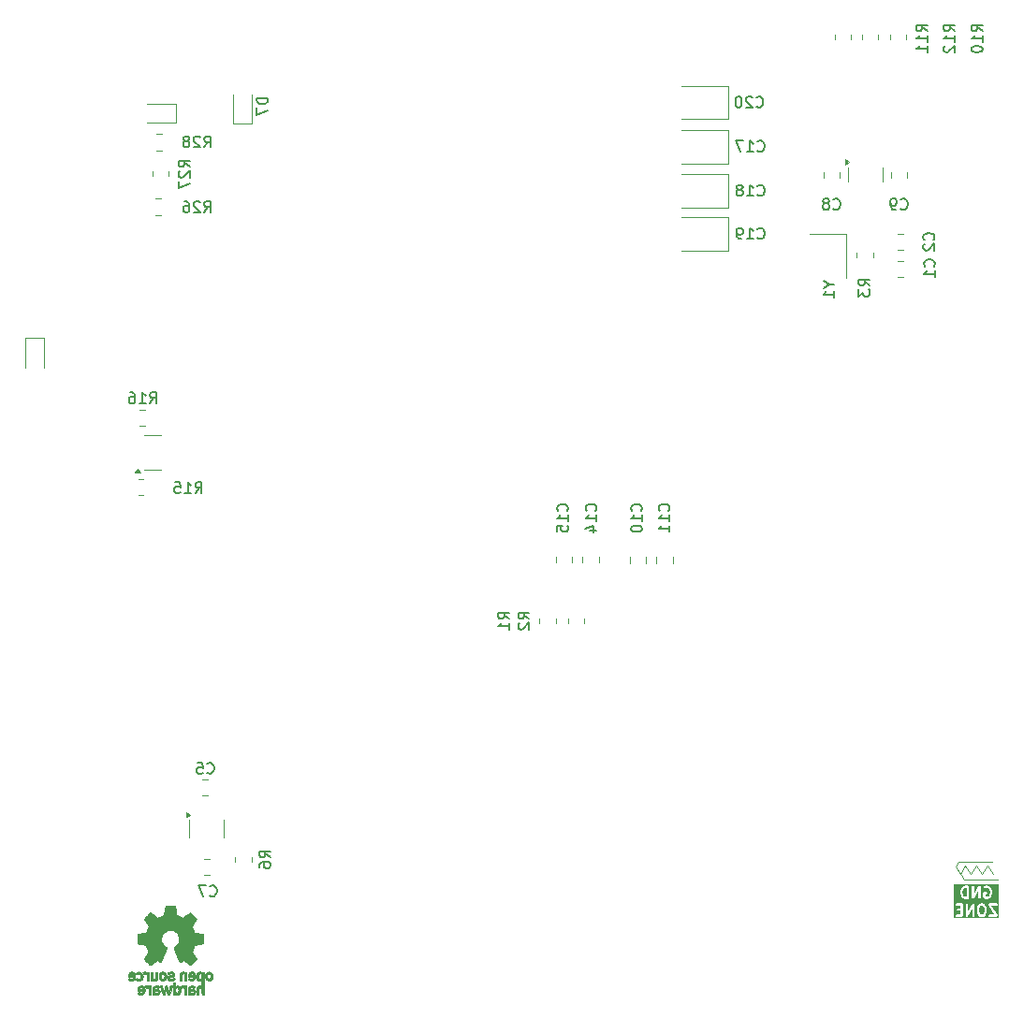
<source format=gbr>
%TF.GenerationSoftware,KiCad,Pcbnew,9.0.0*%
%TF.CreationDate,2025-05-16T13:45:13+04:00*%
%TF.ProjectId,_1921__015,1a313932-3112-4133-9031-352e6b696361,rev?*%
%TF.SameCoordinates,Original*%
%TF.FileFunction,Legend,Bot*%
%TF.FilePolarity,Positive*%
%FSLAX46Y46*%
G04 Gerber Fmt 4.6, Leading zero omitted, Abs format (unit mm)*
G04 Created by KiCad (PCBNEW 9.0.0) date 2025-05-16 13:45:13*
%MOMM*%
%LPD*%
G01*
G04 APERTURE LIST*
%ADD10C,0.100000*%
%ADD11C,0.200000*%
%ADD12C,0.150000*%
%ADD13C,0.120000*%
%ADD14C,0.010000*%
G04 APERTURE END LIST*
D10*
X184510000Y-121010000D02*
X184010000Y-121810000D01*
X184110000Y-121910000D02*
X184410000Y-122310000D01*
X183610000Y-121110000D02*
X183910000Y-120710000D01*
X184010000Y-121810000D02*
X183610000Y-121110000D01*
X186010000Y-121810000D02*
X185510000Y-121010000D01*
X183910000Y-120710000D02*
X186910000Y-120710000D01*
X186510000Y-121020000D02*
X186010000Y-121820000D01*
X185010000Y-121810000D02*
X184510000Y-121010000D01*
X187010000Y-121820000D02*
X186510000Y-121020000D01*
X184410000Y-122310000D02*
X187410000Y-122310000D01*
X185510000Y-121010000D02*
X185010000Y-121810000D01*
D11*
G36*
X186121238Y-124707023D02*
G01*
X186185417Y-124771202D01*
X186223332Y-124922861D01*
X186223332Y-125231575D01*
X186185416Y-125383235D01*
X186121240Y-125447413D01*
X186061630Y-125477219D01*
X185918368Y-125477219D01*
X185858758Y-125447414D01*
X185794581Y-125383236D01*
X185756666Y-125231575D01*
X185756666Y-124922862D01*
X185794581Y-124771202D01*
X185858760Y-124707023D01*
X185918368Y-124677219D01*
X186061630Y-124677219D01*
X186121238Y-124707023D01*
G37*
G36*
X184628094Y-123867275D02*
G01*
X184506225Y-123867275D01*
X184401160Y-123832253D01*
X184334090Y-123765183D01*
X184298636Y-123694274D01*
X184256666Y-123526393D01*
X184256666Y-123408156D01*
X184298636Y-123240274D01*
X184334089Y-123169368D01*
X184401161Y-123102296D01*
X184506225Y-123067275D01*
X184628094Y-123067275D01*
X184628094Y-123867275D01*
G37*
G36*
X187534443Y-125788330D02*
G01*
X183495095Y-125788330D01*
X183495095Y-124557710D01*
X183606206Y-124557710D01*
X183606206Y-124596728D01*
X183621138Y-124632776D01*
X183648728Y-124660366D01*
X183684776Y-124675298D01*
X183704285Y-124677219D01*
X184080475Y-124677219D01*
X184080475Y-124953409D01*
X183847142Y-124953409D01*
X183827633Y-124955330D01*
X183791585Y-124970262D01*
X183763995Y-124997852D01*
X183749063Y-125033900D01*
X183749063Y-125072918D01*
X183763995Y-125108966D01*
X183791585Y-125136556D01*
X183827633Y-125151488D01*
X183847142Y-125153409D01*
X184080475Y-125153409D01*
X184080475Y-125477219D01*
X183704285Y-125477219D01*
X183684776Y-125479140D01*
X183648728Y-125494072D01*
X183621138Y-125521662D01*
X183606206Y-125557710D01*
X183606206Y-125596728D01*
X183621138Y-125632776D01*
X183648728Y-125660366D01*
X183684776Y-125675298D01*
X183704285Y-125677219D01*
X184180475Y-125677219D01*
X184199984Y-125675298D01*
X184236032Y-125660366D01*
X184263622Y-125632776D01*
X184278554Y-125596728D01*
X184280475Y-125577219D01*
X184280475Y-124577219D01*
X184556666Y-124577219D01*
X184556666Y-125577219D01*
X184557160Y-125582236D01*
X184556910Y-125584204D01*
X184557604Y-125586750D01*
X184558587Y-125596728D01*
X184563678Y-125609018D01*
X184567177Y-125621847D01*
X184571079Y-125626885D01*
X184573519Y-125632776D01*
X184582924Y-125642181D01*
X184591067Y-125652696D01*
X184596601Y-125655858D01*
X184601109Y-125660366D01*
X184613394Y-125665454D01*
X184624944Y-125672055D01*
X184631268Y-125672858D01*
X184637157Y-125675298D01*
X184650458Y-125675298D01*
X184663651Y-125676975D01*
X184669800Y-125675298D01*
X184676175Y-125675298D01*
X184688465Y-125670206D01*
X184701294Y-125666708D01*
X184706332Y-125662805D01*
X184712223Y-125660366D01*
X184721628Y-125650960D01*
X184732143Y-125642818D01*
X184737946Y-125634642D01*
X184739813Y-125632776D01*
X184740571Y-125630943D01*
X184743490Y-125626833D01*
X185128094Y-124953775D01*
X185128094Y-125577219D01*
X185130015Y-125596728D01*
X185144947Y-125632776D01*
X185172537Y-125660366D01*
X185208585Y-125675298D01*
X185247603Y-125675298D01*
X185283651Y-125660366D01*
X185311241Y-125632776D01*
X185326173Y-125596728D01*
X185328094Y-125577219D01*
X185328094Y-124910552D01*
X185556666Y-124910552D01*
X185556666Y-125243885D01*
X185557001Y-125247287D01*
X185556784Y-125248746D01*
X185557863Y-125256043D01*
X185558587Y-125263394D01*
X185559151Y-125264757D01*
X185559652Y-125268139D01*
X185607271Y-125458614D01*
X185613866Y-125477075D01*
X185618291Y-125483047D01*
X185621137Y-125489918D01*
X185633574Y-125505071D01*
X185728812Y-125600311D01*
X185736480Y-125606604D01*
X185738211Y-125608600D01*
X185741218Y-125610493D01*
X185743965Y-125612747D01*
X185746405Y-125613757D01*
X185754802Y-125619043D01*
X185850039Y-125666662D01*
X185868348Y-125673668D01*
X185871931Y-125673922D01*
X185875252Y-125675298D01*
X185894761Y-125677219D01*
X186085237Y-125677219D01*
X186104746Y-125675298D01*
X186108066Y-125673922D01*
X186111650Y-125673668D01*
X186129958Y-125666662D01*
X186225196Y-125619043D01*
X186233591Y-125613758D01*
X186236033Y-125612747D01*
X186238780Y-125610491D01*
X186241786Y-125608600D01*
X186243516Y-125606605D01*
X186251186Y-125600310D01*
X186346424Y-125505071D01*
X186358861Y-125489918D01*
X186361706Y-125483047D01*
X186366132Y-125477075D01*
X186372727Y-125458615D01*
X186420346Y-125268139D01*
X186420846Y-125264757D01*
X186421411Y-125263394D01*
X186422134Y-125256043D01*
X186423214Y-125248746D01*
X186422996Y-125247287D01*
X186423332Y-125243885D01*
X186423332Y-124910552D01*
X186422996Y-124907149D01*
X186423214Y-124905691D01*
X186422134Y-124898393D01*
X186421411Y-124891043D01*
X186420846Y-124889679D01*
X186420346Y-124886298D01*
X186372727Y-124695822D01*
X186366132Y-124677362D01*
X186361705Y-124671387D01*
X186358860Y-124664519D01*
X186346424Y-124649365D01*
X186274173Y-124577114D01*
X186556666Y-124577114D01*
X186558587Y-124586824D01*
X186558587Y-124596728D01*
X186562336Y-124605780D01*
X186564238Y-124615391D01*
X186573461Y-124632689D01*
X187136480Y-125477219D01*
X186656666Y-125477219D01*
X186637157Y-125479140D01*
X186601109Y-125494072D01*
X186573519Y-125521662D01*
X186558587Y-125557710D01*
X186558587Y-125596728D01*
X186573519Y-125632776D01*
X186601109Y-125660366D01*
X186637157Y-125675298D01*
X186656666Y-125677219D01*
X187323227Y-125677219D01*
X187323332Y-125677219D01*
X187342841Y-125675298D01*
X187351893Y-125671548D01*
X187361504Y-125669647D01*
X187369742Y-125664154D01*
X187378889Y-125660366D01*
X187385815Y-125653439D01*
X187393969Y-125648004D01*
X187399479Y-125639775D01*
X187406479Y-125632776D01*
X187410228Y-125623724D01*
X187415680Y-125615584D01*
X187417621Y-125605876D01*
X187421411Y-125596728D01*
X187421411Y-125586929D01*
X187423332Y-125577324D01*
X187421411Y-125567613D01*
X187421411Y-125557710D01*
X187417661Y-125548657D01*
X187415760Y-125539047D01*
X187406537Y-125521749D01*
X186843518Y-124677219D01*
X187323332Y-124677219D01*
X187342841Y-124675298D01*
X187378889Y-124660366D01*
X187406479Y-124632776D01*
X187421411Y-124596728D01*
X187421411Y-124557710D01*
X187406479Y-124521662D01*
X187378889Y-124494072D01*
X187342841Y-124479140D01*
X187323332Y-124477219D01*
X186656666Y-124477219D01*
X186637157Y-124479140D01*
X186628104Y-124482889D01*
X186618494Y-124484791D01*
X186610255Y-124490283D01*
X186601109Y-124494072D01*
X186594182Y-124500998D01*
X186586029Y-124506434D01*
X186580518Y-124514662D01*
X186573519Y-124521662D01*
X186569769Y-124530713D01*
X186564318Y-124538854D01*
X186562376Y-124548561D01*
X186558587Y-124557710D01*
X186558587Y-124567509D01*
X186556666Y-124577114D01*
X186274173Y-124577114D01*
X186251186Y-124554127D01*
X186243515Y-124547832D01*
X186241786Y-124545838D01*
X186238778Y-124543944D01*
X186236032Y-124541691D01*
X186233592Y-124540680D01*
X186225196Y-124535395D01*
X186129958Y-124487776D01*
X186111650Y-124480770D01*
X186108066Y-124480515D01*
X186104746Y-124479140D01*
X186085237Y-124477219D01*
X185894761Y-124477219D01*
X185875252Y-124479140D01*
X185871931Y-124480515D01*
X185868348Y-124480770D01*
X185850039Y-124487776D01*
X185754802Y-124535395D01*
X185746403Y-124540681D01*
X185743966Y-124541691D01*
X185741222Y-124543942D01*
X185738211Y-124545838D01*
X185736478Y-124547835D01*
X185728812Y-124554127D01*
X185633574Y-124649365D01*
X185621138Y-124664519D01*
X185618292Y-124671387D01*
X185613866Y-124677362D01*
X185607271Y-124695823D01*
X185559652Y-124886298D01*
X185559151Y-124889679D01*
X185558587Y-124891043D01*
X185557863Y-124898393D01*
X185556784Y-124905691D01*
X185557001Y-124907149D01*
X185556666Y-124910552D01*
X185328094Y-124910552D01*
X185328094Y-124577219D01*
X185327599Y-124572201D01*
X185327850Y-124570234D01*
X185327155Y-124567687D01*
X185326173Y-124557710D01*
X185321083Y-124545423D01*
X185317584Y-124532591D01*
X185313679Y-124527549D01*
X185311241Y-124521662D01*
X185301837Y-124512258D01*
X185293693Y-124501742D01*
X185288158Y-124498579D01*
X185283651Y-124494072D01*
X185271365Y-124488983D01*
X185259816Y-124482383D01*
X185253491Y-124481579D01*
X185247603Y-124479140D01*
X185234303Y-124479140D01*
X185221110Y-124477463D01*
X185214961Y-124479140D01*
X185208585Y-124479140D01*
X185196298Y-124484229D01*
X185183466Y-124487729D01*
X185178424Y-124491633D01*
X185172537Y-124494072D01*
X185163133Y-124503475D01*
X185152617Y-124511620D01*
X185146813Y-124519795D01*
X185144947Y-124521662D01*
X185144188Y-124523494D01*
X185141270Y-124527605D01*
X184756666Y-125200662D01*
X184756666Y-124577219D01*
X184754745Y-124557710D01*
X184739813Y-124521662D01*
X184712223Y-124494072D01*
X184676175Y-124479140D01*
X184637157Y-124479140D01*
X184601109Y-124494072D01*
X184573519Y-124521662D01*
X184558587Y-124557710D01*
X184556666Y-124577219D01*
X184280475Y-124577219D01*
X184278554Y-124557710D01*
X184263622Y-124521662D01*
X184236032Y-124494072D01*
X184199984Y-124479140D01*
X184180475Y-124477219D01*
X183704285Y-124477219D01*
X183684776Y-124479140D01*
X183648728Y-124494072D01*
X183621138Y-124521662D01*
X183606206Y-124557710D01*
X183495095Y-124557710D01*
X183495095Y-123395846D01*
X184056666Y-123395846D01*
X184056666Y-123538703D01*
X184057001Y-123542105D01*
X184056784Y-123543564D01*
X184057863Y-123550861D01*
X184058587Y-123558212D01*
X184059151Y-123559575D01*
X184059652Y-123562957D01*
X184107271Y-123753432D01*
X184107784Y-123754869D01*
X184107836Y-123755592D01*
X184110944Y-123763716D01*
X184113866Y-123771893D01*
X184114296Y-123772473D01*
X184114842Y-123773900D01*
X184162461Y-123869138D01*
X184167743Y-123877530D01*
X184168756Y-123879974D01*
X184171012Y-123882723D01*
X184172904Y-123885728D01*
X184174898Y-123887457D01*
X184181193Y-123895127D01*
X184276431Y-123990367D01*
X184291584Y-124002803D01*
X184294903Y-124004178D01*
X184297619Y-124006533D01*
X184315519Y-124014524D01*
X184458376Y-124062143D01*
X184468048Y-124064342D01*
X184470490Y-124065354D01*
X184474027Y-124065702D01*
X184477491Y-124066490D01*
X184480125Y-124066302D01*
X184489999Y-124067275D01*
X184728094Y-124067275D01*
X184747603Y-124065354D01*
X184783651Y-124050422D01*
X184811241Y-124022832D01*
X184826173Y-123986784D01*
X184828094Y-123967275D01*
X184828094Y-122967275D01*
X185104285Y-122967275D01*
X185104285Y-123967275D01*
X185104779Y-123972292D01*
X185104529Y-123974260D01*
X185105223Y-123976806D01*
X185106206Y-123986784D01*
X185111297Y-123999074D01*
X185114796Y-124011903D01*
X185118698Y-124016941D01*
X185121138Y-124022832D01*
X185130543Y-124032237D01*
X185138686Y-124042752D01*
X185144220Y-124045914D01*
X185148728Y-124050422D01*
X185161013Y-124055510D01*
X185172563Y-124062111D01*
X185178887Y-124062914D01*
X185184776Y-124065354D01*
X185198077Y-124065354D01*
X185211270Y-124067031D01*
X185217419Y-124065354D01*
X185223794Y-124065354D01*
X185236084Y-124060262D01*
X185248913Y-124056764D01*
X185253951Y-124052861D01*
X185259842Y-124050422D01*
X185269247Y-124041016D01*
X185279762Y-124032874D01*
X185285565Y-124024698D01*
X185287432Y-124022832D01*
X185288190Y-124020999D01*
X185291109Y-124016889D01*
X185675713Y-123343831D01*
X185675713Y-123967275D01*
X185677634Y-123986784D01*
X185692566Y-124022832D01*
X185720156Y-124050422D01*
X185756204Y-124065354D01*
X185795222Y-124065354D01*
X185831270Y-124050422D01*
X185858860Y-124022832D01*
X185873792Y-123986784D01*
X185875713Y-123967275D01*
X185875713Y-123538703D01*
X186104285Y-123538703D01*
X186104285Y-123872036D01*
X186106206Y-123891544D01*
X186121137Y-123927593D01*
X186133574Y-123942746D01*
X186181192Y-123990366D01*
X186196346Y-124002803D01*
X186199665Y-124004178D01*
X186202381Y-124006533D01*
X186220281Y-124014524D01*
X186363138Y-124062143D01*
X186372810Y-124064342D01*
X186375252Y-124065354D01*
X186378789Y-124065702D01*
X186382253Y-124066490D01*
X186384887Y-124066302D01*
X186394761Y-124067275D01*
X186489999Y-124067275D01*
X186499872Y-124066302D01*
X186502506Y-124066490D01*
X186505969Y-124065702D01*
X186509508Y-124065354D01*
X186511950Y-124064342D01*
X186521622Y-124062143D01*
X186664478Y-124014524D01*
X186682379Y-124006533D01*
X186685094Y-124004178D01*
X186688414Y-124002803D01*
X186703567Y-123990366D01*
X186798805Y-123895127D01*
X186805097Y-123887460D01*
X186807094Y-123885729D01*
X186808987Y-123882721D01*
X186811242Y-123879974D01*
X186812253Y-123877532D01*
X186817537Y-123869138D01*
X186865156Y-123773901D01*
X186865702Y-123772472D01*
X186866132Y-123771893D01*
X186869053Y-123763716D01*
X186872162Y-123755592D01*
X186872213Y-123754871D01*
X186872727Y-123753433D01*
X186920346Y-123562957D01*
X186920846Y-123559575D01*
X186921411Y-123558212D01*
X186922134Y-123550861D01*
X186923214Y-123543564D01*
X186922996Y-123542105D01*
X186923332Y-123538703D01*
X186923332Y-123395846D01*
X186922996Y-123392443D01*
X186923214Y-123390985D01*
X186922134Y-123383687D01*
X186921411Y-123376337D01*
X186920846Y-123374973D01*
X186920346Y-123371592D01*
X186872727Y-123181116D01*
X186872213Y-123179677D01*
X186872162Y-123178957D01*
X186869053Y-123170832D01*
X186866132Y-123162656D01*
X186865702Y-123162076D01*
X186865156Y-123160648D01*
X186817537Y-123065411D01*
X186812250Y-123057012D01*
X186811241Y-123054575D01*
X186808989Y-123051831D01*
X186807094Y-123048820D01*
X186805096Y-123047087D01*
X186798805Y-123039421D01*
X186703567Y-122944183D01*
X186688413Y-122931747D01*
X186685094Y-122930372D01*
X186682379Y-122928017D01*
X186664478Y-122920026D01*
X186521622Y-122872407D01*
X186511950Y-122870207D01*
X186509508Y-122869196D01*
X186505969Y-122868847D01*
X186502506Y-122868060D01*
X186499872Y-122868247D01*
X186489999Y-122867275D01*
X186347142Y-122867275D01*
X186327633Y-122869196D01*
X186324312Y-122870571D01*
X186320729Y-122870826D01*
X186302420Y-122877832D01*
X186207183Y-122925451D01*
X186190592Y-122935894D01*
X186165028Y-122965371D01*
X186152689Y-123002387D01*
X186155455Y-123041307D01*
X186172904Y-123076206D01*
X186202381Y-123101770D01*
X186239397Y-123114109D01*
X186278317Y-123111343D01*
X186296625Y-123104337D01*
X186370749Y-123067275D01*
X186473772Y-123067275D01*
X186578836Y-123102296D01*
X186645909Y-123169369D01*
X186681361Y-123240274D01*
X186723332Y-123408155D01*
X186723332Y-123526393D01*
X186681361Y-123694274D01*
X186645908Y-123765180D01*
X186578837Y-123832253D01*
X186473772Y-123867275D01*
X186410987Y-123867275D01*
X186305922Y-123832253D01*
X186304285Y-123830615D01*
X186304285Y-123638703D01*
X186394761Y-123638703D01*
X186414270Y-123636782D01*
X186450318Y-123621850D01*
X186477908Y-123594260D01*
X186492840Y-123558212D01*
X186492840Y-123519194D01*
X186477908Y-123483146D01*
X186450318Y-123455556D01*
X186414270Y-123440624D01*
X186394761Y-123438703D01*
X186204285Y-123438703D01*
X186184776Y-123440624D01*
X186148728Y-123455556D01*
X186121138Y-123483146D01*
X186106206Y-123519194D01*
X186104285Y-123538703D01*
X185875713Y-123538703D01*
X185875713Y-122967275D01*
X185875218Y-122962257D01*
X185875469Y-122960290D01*
X185874774Y-122957743D01*
X185873792Y-122947766D01*
X185868702Y-122935479D01*
X185865203Y-122922647D01*
X185861298Y-122917605D01*
X185858860Y-122911718D01*
X185849456Y-122902314D01*
X185841312Y-122891798D01*
X185835777Y-122888635D01*
X185831270Y-122884128D01*
X185818984Y-122879039D01*
X185807435Y-122872439D01*
X185801110Y-122871635D01*
X185795222Y-122869196D01*
X185781922Y-122869196D01*
X185768729Y-122867519D01*
X185762580Y-122869196D01*
X185756204Y-122869196D01*
X185743917Y-122874285D01*
X185731085Y-122877785D01*
X185726043Y-122881689D01*
X185720156Y-122884128D01*
X185710752Y-122893531D01*
X185700236Y-122901676D01*
X185694432Y-122909851D01*
X185692566Y-122911718D01*
X185691807Y-122913550D01*
X185688889Y-122917661D01*
X185304285Y-123590718D01*
X185304285Y-122967275D01*
X185302364Y-122947766D01*
X185287432Y-122911718D01*
X185259842Y-122884128D01*
X185223794Y-122869196D01*
X185184776Y-122869196D01*
X185148728Y-122884128D01*
X185121138Y-122911718D01*
X185106206Y-122947766D01*
X185104285Y-122967275D01*
X184828094Y-122967275D01*
X184826173Y-122947766D01*
X184811241Y-122911718D01*
X184783651Y-122884128D01*
X184747603Y-122869196D01*
X184728094Y-122867275D01*
X184489999Y-122867275D01*
X184480125Y-122868247D01*
X184477491Y-122868060D01*
X184474027Y-122868847D01*
X184470490Y-122869196D01*
X184468048Y-122870207D01*
X184458376Y-122872407D01*
X184315519Y-122920026D01*
X184297619Y-122928017D01*
X184294903Y-122930372D01*
X184291585Y-122931747D01*
X184276431Y-122944183D01*
X184181193Y-123039421D01*
X184174898Y-123047091D01*
X184172904Y-123048821D01*
X184171010Y-123051828D01*
X184168757Y-123054575D01*
X184167746Y-123057014D01*
X184162461Y-123065411D01*
X184114842Y-123160649D01*
X184114296Y-123162075D01*
X184113866Y-123162656D01*
X184110944Y-123170832D01*
X184107836Y-123178957D01*
X184107784Y-123179679D01*
X184107271Y-123181117D01*
X184059652Y-123371592D01*
X184059151Y-123374973D01*
X184058587Y-123376337D01*
X184057863Y-123383687D01*
X184056784Y-123390985D01*
X184057001Y-123392443D01*
X184056666Y-123395846D01*
X183495095Y-123395846D01*
X183495095Y-122756164D01*
X187534443Y-122756164D01*
X187534443Y-125788330D01*
G37*
D12*
X115642857Y-61954819D02*
X115976190Y-61478628D01*
X116214285Y-61954819D02*
X116214285Y-60954819D01*
X116214285Y-60954819D02*
X115833333Y-60954819D01*
X115833333Y-60954819D02*
X115738095Y-61002438D01*
X115738095Y-61002438D02*
X115690476Y-61050057D01*
X115690476Y-61050057D02*
X115642857Y-61145295D01*
X115642857Y-61145295D02*
X115642857Y-61288152D01*
X115642857Y-61288152D02*
X115690476Y-61383390D01*
X115690476Y-61383390D02*
X115738095Y-61431009D01*
X115738095Y-61431009D02*
X115833333Y-61478628D01*
X115833333Y-61478628D02*
X116214285Y-61478628D01*
X115261904Y-61050057D02*
X115214285Y-61002438D01*
X115214285Y-61002438D02*
X115119047Y-60954819D01*
X115119047Y-60954819D02*
X114880952Y-60954819D01*
X114880952Y-60954819D02*
X114785714Y-61002438D01*
X114785714Y-61002438D02*
X114738095Y-61050057D01*
X114738095Y-61050057D02*
X114690476Y-61145295D01*
X114690476Y-61145295D02*
X114690476Y-61240533D01*
X114690476Y-61240533D02*
X114738095Y-61383390D01*
X114738095Y-61383390D02*
X115309523Y-61954819D01*
X115309523Y-61954819D02*
X114690476Y-61954819D01*
X113833333Y-60954819D02*
X114023809Y-60954819D01*
X114023809Y-60954819D02*
X114119047Y-61002438D01*
X114119047Y-61002438D02*
X114166666Y-61050057D01*
X114166666Y-61050057D02*
X114261904Y-61192914D01*
X114261904Y-61192914D02*
X114309523Y-61383390D01*
X114309523Y-61383390D02*
X114309523Y-61764342D01*
X114309523Y-61764342D02*
X114261904Y-61859580D01*
X114261904Y-61859580D02*
X114214285Y-61907200D01*
X114214285Y-61907200D02*
X114119047Y-61954819D01*
X114119047Y-61954819D02*
X113928571Y-61954819D01*
X113928571Y-61954819D02*
X113833333Y-61907200D01*
X113833333Y-61907200D02*
X113785714Y-61859580D01*
X113785714Y-61859580D02*
X113738095Y-61764342D01*
X113738095Y-61764342D02*
X113738095Y-61526247D01*
X113738095Y-61526247D02*
X113785714Y-61431009D01*
X113785714Y-61431009D02*
X113833333Y-61383390D01*
X113833333Y-61383390D02*
X113928571Y-61335771D01*
X113928571Y-61335771D02*
X114119047Y-61335771D01*
X114119047Y-61335771D02*
X114214285Y-61383390D01*
X114214285Y-61383390D02*
X114261904Y-61431009D01*
X114261904Y-61431009D02*
X114309523Y-61526247D01*
X175854819Y-68583333D02*
X175378628Y-68250000D01*
X175854819Y-68011905D02*
X174854819Y-68011905D01*
X174854819Y-68011905D02*
X174854819Y-68392857D01*
X174854819Y-68392857D02*
X174902438Y-68488095D01*
X174902438Y-68488095D02*
X174950057Y-68535714D01*
X174950057Y-68535714D02*
X175045295Y-68583333D01*
X175045295Y-68583333D02*
X175188152Y-68583333D01*
X175188152Y-68583333D02*
X175283390Y-68535714D01*
X175283390Y-68535714D02*
X175331009Y-68488095D01*
X175331009Y-68488095D02*
X175378628Y-68392857D01*
X175378628Y-68392857D02*
X175378628Y-68011905D01*
X174854819Y-68916667D02*
X174854819Y-69535714D01*
X174854819Y-69535714D02*
X175235771Y-69202381D01*
X175235771Y-69202381D02*
X175235771Y-69345238D01*
X175235771Y-69345238D02*
X175283390Y-69440476D01*
X175283390Y-69440476D02*
X175331009Y-69488095D01*
X175331009Y-69488095D02*
X175426247Y-69535714D01*
X175426247Y-69535714D02*
X175664342Y-69535714D01*
X175664342Y-69535714D02*
X175759580Y-69488095D01*
X175759580Y-69488095D02*
X175807200Y-69440476D01*
X175807200Y-69440476D02*
X175854819Y-69345238D01*
X175854819Y-69345238D02*
X175854819Y-69059524D01*
X175854819Y-69059524D02*
X175807200Y-68964286D01*
X175807200Y-68964286D02*
X175759580Y-68916667D01*
X183554819Y-45557142D02*
X183078628Y-45223809D01*
X183554819Y-44985714D02*
X182554819Y-44985714D01*
X182554819Y-44985714D02*
X182554819Y-45366666D01*
X182554819Y-45366666D02*
X182602438Y-45461904D01*
X182602438Y-45461904D02*
X182650057Y-45509523D01*
X182650057Y-45509523D02*
X182745295Y-45557142D01*
X182745295Y-45557142D02*
X182888152Y-45557142D01*
X182888152Y-45557142D02*
X182983390Y-45509523D01*
X182983390Y-45509523D02*
X183031009Y-45461904D01*
X183031009Y-45461904D02*
X183078628Y-45366666D01*
X183078628Y-45366666D02*
X183078628Y-44985714D01*
X183554819Y-46509523D02*
X183554819Y-45938095D01*
X183554819Y-46223809D02*
X182554819Y-46223809D01*
X182554819Y-46223809D02*
X182697676Y-46128571D01*
X182697676Y-46128571D02*
X182792914Y-46033333D01*
X182792914Y-46033333D02*
X182840533Y-45938095D01*
X182650057Y-46890476D02*
X182602438Y-46938095D01*
X182602438Y-46938095D02*
X182554819Y-47033333D01*
X182554819Y-47033333D02*
X182554819Y-47271428D01*
X182554819Y-47271428D02*
X182602438Y-47366666D01*
X182602438Y-47366666D02*
X182650057Y-47414285D01*
X182650057Y-47414285D02*
X182745295Y-47461904D01*
X182745295Y-47461904D02*
X182840533Y-47461904D01*
X182840533Y-47461904D02*
X182983390Y-47414285D01*
X182983390Y-47414285D02*
X183554819Y-46842857D01*
X183554819Y-46842857D02*
X183554819Y-47461904D01*
X143254819Y-98733333D02*
X142778628Y-98400000D01*
X143254819Y-98161905D02*
X142254819Y-98161905D01*
X142254819Y-98161905D02*
X142254819Y-98542857D01*
X142254819Y-98542857D02*
X142302438Y-98638095D01*
X142302438Y-98638095D02*
X142350057Y-98685714D01*
X142350057Y-98685714D02*
X142445295Y-98733333D01*
X142445295Y-98733333D02*
X142588152Y-98733333D01*
X142588152Y-98733333D02*
X142683390Y-98685714D01*
X142683390Y-98685714D02*
X142731009Y-98638095D01*
X142731009Y-98638095D02*
X142778628Y-98542857D01*
X142778628Y-98542857D02*
X142778628Y-98161905D01*
X143254819Y-99685714D02*
X143254819Y-99114286D01*
X143254819Y-99400000D02*
X142254819Y-99400000D01*
X142254819Y-99400000D02*
X142397676Y-99304762D01*
X142397676Y-99304762D02*
X142492914Y-99209524D01*
X142492914Y-99209524D02*
X142540533Y-99114286D01*
X114334819Y-57837142D02*
X113858628Y-57503809D01*
X114334819Y-57265714D02*
X113334819Y-57265714D01*
X113334819Y-57265714D02*
X113334819Y-57646666D01*
X113334819Y-57646666D02*
X113382438Y-57741904D01*
X113382438Y-57741904D02*
X113430057Y-57789523D01*
X113430057Y-57789523D02*
X113525295Y-57837142D01*
X113525295Y-57837142D02*
X113668152Y-57837142D01*
X113668152Y-57837142D02*
X113763390Y-57789523D01*
X113763390Y-57789523D02*
X113811009Y-57741904D01*
X113811009Y-57741904D02*
X113858628Y-57646666D01*
X113858628Y-57646666D02*
X113858628Y-57265714D01*
X113430057Y-58218095D02*
X113382438Y-58265714D01*
X113382438Y-58265714D02*
X113334819Y-58360952D01*
X113334819Y-58360952D02*
X113334819Y-58599047D01*
X113334819Y-58599047D02*
X113382438Y-58694285D01*
X113382438Y-58694285D02*
X113430057Y-58741904D01*
X113430057Y-58741904D02*
X113525295Y-58789523D01*
X113525295Y-58789523D02*
X113620533Y-58789523D01*
X113620533Y-58789523D02*
X113763390Y-58741904D01*
X113763390Y-58741904D02*
X114334819Y-58170476D01*
X114334819Y-58170476D02*
X114334819Y-58789523D01*
X113334819Y-59122857D02*
X113334819Y-59789523D01*
X113334819Y-59789523D02*
X114334819Y-59360952D01*
X172178628Y-68473809D02*
X172654819Y-68473809D01*
X171654819Y-68140476D02*
X172178628Y-68473809D01*
X172178628Y-68473809D02*
X171654819Y-68807142D01*
X172654819Y-69664285D02*
X172654819Y-69092857D01*
X172654819Y-69378571D02*
X171654819Y-69378571D01*
X171654819Y-69378571D02*
X171797676Y-69283333D01*
X171797676Y-69283333D02*
X171892914Y-69188095D01*
X171892914Y-69188095D02*
X171940533Y-69092857D01*
X121404819Y-51586905D02*
X120404819Y-51586905D01*
X120404819Y-51586905D02*
X120404819Y-51825000D01*
X120404819Y-51825000D02*
X120452438Y-51967857D01*
X120452438Y-51967857D02*
X120547676Y-52063095D01*
X120547676Y-52063095D02*
X120642914Y-52110714D01*
X120642914Y-52110714D02*
X120833390Y-52158333D01*
X120833390Y-52158333D02*
X120976247Y-52158333D01*
X120976247Y-52158333D02*
X121166723Y-52110714D01*
X121166723Y-52110714D02*
X121261961Y-52063095D01*
X121261961Y-52063095D02*
X121357200Y-51967857D01*
X121357200Y-51967857D02*
X121404819Y-51825000D01*
X121404819Y-51825000D02*
X121404819Y-51586905D01*
X120404819Y-52491667D02*
X120404819Y-53158333D01*
X120404819Y-53158333D02*
X121404819Y-52729762D01*
X145054819Y-98733333D02*
X144578628Y-98400000D01*
X145054819Y-98161905D02*
X144054819Y-98161905D01*
X144054819Y-98161905D02*
X144054819Y-98542857D01*
X144054819Y-98542857D02*
X144102438Y-98638095D01*
X144102438Y-98638095D02*
X144150057Y-98685714D01*
X144150057Y-98685714D02*
X144245295Y-98733333D01*
X144245295Y-98733333D02*
X144388152Y-98733333D01*
X144388152Y-98733333D02*
X144483390Y-98685714D01*
X144483390Y-98685714D02*
X144531009Y-98638095D01*
X144531009Y-98638095D02*
X144578628Y-98542857D01*
X144578628Y-98542857D02*
X144578628Y-98161905D01*
X144150057Y-99114286D02*
X144102438Y-99161905D01*
X144102438Y-99161905D02*
X144054819Y-99257143D01*
X144054819Y-99257143D02*
X144054819Y-99495238D01*
X144054819Y-99495238D02*
X144102438Y-99590476D01*
X144102438Y-99590476D02*
X144150057Y-99638095D01*
X144150057Y-99638095D02*
X144245295Y-99685714D01*
X144245295Y-99685714D02*
X144340533Y-99685714D01*
X144340533Y-99685714D02*
X144483390Y-99638095D01*
X144483390Y-99638095D02*
X145054819Y-99066667D01*
X145054819Y-99066667D02*
X145054819Y-99685714D01*
X114842857Y-87354819D02*
X115176190Y-86878628D01*
X115414285Y-87354819D02*
X115414285Y-86354819D01*
X115414285Y-86354819D02*
X115033333Y-86354819D01*
X115033333Y-86354819D02*
X114938095Y-86402438D01*
X114938095Y-86402438D02*
X114890476Y-86450057D01*
X114890476Y-86450057D02*
X114842857Y-86545295D01*
X114842857Y-86545295D02*
X114842857Y-86688152D01*
X114842857Y-86688152D02*
X114890476Y-86783390D01*
X114890476Y-86783390D02*
X114938095Y-86831009D01*
X114938095Y-86831009D02*
X115033333Y-86878628D01*
X115033333Y-86878628D02*
X115414285Y-86878628D01*
X113890476Y-87354819D02*
X114461904Y-87354819D01*
X114176190Y-87354819D02*
X114176190Y-86354819D01*
X114176190Y-86354819D02*
X114271428Y-86497676D01*
X114271428Y-86497676D02*
X114366666Y-86592914D01*
X114366666Y-86592914D02*
X114461904Y-86640533D01*
X112985714Y-86354819D02*
X113461904Y-86354819D01*
X113461904Y-86354819D02*
X113509523Y-86831009D01*
X113509523Y-86831009D02*
X113461904Y-86783390D01*
X113461904Y-86783390D02*
X113366666Y-86735771D01*
X113366666Y-86735771D02*
X113128571Y-86735771D01*
X113128571Y-86735771D02*
X113033333Y-86783390D01*
X113033333Y-86783390D02*
X112985714Y-86831009D01*
X112985714Y-86831009D02*
X112938095Y-86926247D01*
X112938095Y-86926247D02*
X112938095Y-87164342D01*
X112938095Y-87164342D02*
X112985714Y-87259580D01*
X112985714Y-87259580D02*
X113033333Y-87307200D01*
X113033333Y-87307200D02*
X113128571Y-87354819D01*
X113128571Y-87354819D02*
X113366666Y-87354819D01*
X113366666Y-87354819D02*
X113461904Y-87307200D01*
X113461904Y-87307200D02*
X113509523Y-87259580D01*
X157659580Y-88957142D02*
X157707200Y-88909523D01*
X157707200Y-88909523D02*
X157754819Y-88766666D01*
X157754819Y-88766666D02*
X157754819Y-88671428D01*
X157754819Y-88671428D02*
X157707200Y-88528571D01*
X157707200Y-88528571D02*
X157611961Y-88433333D01*
X157611961Y-88433333D02*
X157516723Y-88385714D01*
X157516723Y-88385714D02*
X157326247Y-88338095D01*
X157326247Y-88338095D02*
X157183390Y-88338095D01*
X157183390Y-88338095D02*
X156992914Y-88385714D01*
X156992914Y-88385714D02*
X156897676Y-88433333D01*
X156897676Y-88433333D02*
X156802438Y-88528571D01*
X156802438Y-88528571D02*
X156754819Y-88671428D01*
X156754819Y-88671428D02*
X156754819Y-88766666D01*
X156754819Y-88766666D02*
X156802438Y-88909523D01*
X156802438Y-88909523D02*
X156850057Y-88957142D01*
X157754819Y-89909523D02*
X157754819Y-89338095D01*
X157754819Y-89623809D02*
X156754819Y-89623809D01*
X156754819Y-89623809D02*
X156897676Y-89528571D01*
X156897676Y-89528571D02*
X156992914Y-89433333D01*
X156992914Y-89433333D02*
X157040533Y-89338095D01*
X157754819Y-90861904D02*
X157754819Y-90290476D01*
X157754819Y-90576190D02*
X156754819Y-90576190D01*
X156754819Y-90576190D02*
X156897676Y-90480952D01*
X156897676Y-90480952D02*
X156992914Y-90385714D01*
X156992914Y-90385714D02*
X157040533Y-90290476D01*
X116166666Y-123759580D02*
X116214285Y-123807200D01*
X116214285Y-123807200D02*
X116357142Y-123854819D01*
X116357142Y-123854819D02*
X116452380Y-123854819D01*
X116452380Y-123854819D02*
X116595237Y-123807200D01*
X116595237Y-123807200D02*
X116690475Y-123711961D01*
X116690475Y-123711961D02*
X116738094Y-123616723D01*
X116738094Y-123616723D02*
X116785713Y-123426247D01*
X116785713Y-123426247D02*
X116785713Y-123283390D01*
X116785713Y-123283390D02*
X116738094Y-123092914D01*
X116738094Y-123092914D02*
X116690475Y-122997676D01*
X116690475Y-122997676D02*
X116595237Y-122902438D01*
X116595237Y-122902438D02*
X116452380Y-122854819D01*
X116452380Y-122854819D02*
X116357142Y-122854819D01*
X116357142Y-122854819D02*
X116214285Y-122902438D01*
X116214285Y-122902438D02*
X116166666Y-122950057D01*
X115833332Y-122854819D02*
X115166666Y-122854819D01*
X115166666Y-122854819D02*
X115595237Y-123854819D01*
X148459580Y-88957142D02*
X148507200Y-88909523D01*
X148507200Y-88909523D02*
X148554819Y-88766666D01*
X148554819Y-88766666D02*
X148554819Y-88671428D01*
X148554819Y-88671428D02*
X148507200Y-88528571D01*
X148507200Y-88528571D02*
X148411961Y-88433333D01*
X148411961Y-88433333D02*
X148316723Y-88385714D01*
X148316723Y-88385714D02*
X148126247Y-88338095D01*
X148126247Y-88338095D02*
X147983390Y-88338095D01*
X147983390Y-88338095D02*
X147792914Y-88385714D01*
X147792914Y-88385714D02*
X147697676Y-88433333D01*
X147697676Y-88433333D02*
X147602438Y-88528571D01*
X147602438Y-88528571D02*
X147554819Y-88671428D01*
X147554819Y-88671428D02*
X147554819Y-88766666D01*
X147554819Y-88766666D02*
X147602438Y-88909523D01*
X147602438Y-88909523D02*
X147650057Y-88957142D01*
X148554819Y-89909523D02*
X148554819Y-89338095D01*
X148554819Y-89623809D02*
X147554819Y-89623809D01*
X147554819Y-89623809D02*
X147697676Y-89528571D01*
X147697676Y-89528571D02*
X147792914Y-89433333D01*
X147792914Y-89433333D02*
X147840533Y-89338095D01*
X147554819Y-90814285D02*
X147554819Y-90338095D01*
X147554819Y-90338095D02*
X148031009Y-90290476D01*
X148031009Y-90290476D02*
X147983390Y-90338095D01*
X147983390Y-90338095D02*
X147935771Y-90433333D01*
X147935771Y-90433333D02*
X147935771Y-90671428D01*
X147935771Y-90671428D02*
X147983390Y-90766666D01*
X147983390Y-90766666D02*
X148031009Y-90814285D01*
X148031009Y-90814285D02*
X148126247Y-90861904D01*
X148126247Y-90861904D02*
X148364342Y-90861904D01*
X148364342Y-90861904D02*
X148459580Y-90814285D01*
X148459580Y-90814285D02*
X148507200Y-90766666D01*
X148507200Y-90766666D02*
X148554819Y-90671428D01*
X148554819Y-90671428D02*
X148554819Y-90433333D01*
X148554819Y-90433333D02*
X148507200Y-90338095D01*
X148507200Y-90338095D02*
X148459580Y-90290476D01*
X172566666Y-61609580D02*
X172614285Y-61657200D01*
X172614285Y-61657200D02*
X172757142Y-61704819D01*
X172757142Y-61704819D02*
X172852380Y-61704819D01*
X172852380Y-61704819D02*
X172995237Y-61657200D01*
X172995237Y-61657200D02*
X173090475Y-61561961D01*
X173090475Y-61561961D02*
X173138094Y-61466723D01*
X173138094Y-61466723D02*
X173185713Y-61276247D01*
X173185713Y-61276247D02*
X173185713Y-61133390D01*
X173185713Y-61133390D02*
X173138094Y-60942914D01*
X173138094Y-60942914D02*
X173090475Y-60847676D01*
X173090475Y-60847676D02*
X172995237Y-60752438D01*
X172995237Y-60752438D02*
X172852380Y-60704819D01*
X172852380Y-60704819D02*
X172757142Y-60704819D01*
X172757142Y-60704819D02*
X172614285Y-60752438D01*
X172614285Y-60752438D02*
X172566666Y-60800057D01*
X171995237Y-61133390D02*
X172090475Y-61085771D01*
X172090475Y-61085771D02*
X172138094Y-61038152D01*
X172138094Y-61038152D02*
X172185713Y-60942914D01*
X172185713Y-60942914D02*
X172185713Y-60895295D01*
X172185713Y-60895295D02*
X172138094Y-60800057D01*
X172138094Y-60800057D02*
X172090475Y-60752438D01*
X172090475Y-60752438D02*
X171995237Y-60704819D01*
X171995237Y-60704819D02*
X171804761Y-60704819D01*
X171804761Y-60704819D02*
X171709523Y-60752438D01*
X171709523Y-60752438D02*
X171661904Y-60800057D01*
X171661904Y-60800057D02*
X171614285Y-60895295D01*
X171614285Y-60895295D02*
X171614285Y-60942914D01*
X171614285Y-60942914D02*
X171661904Y-61038152D01*
X171661904Y-61038152D02*
X171709523Y-61085771D01*
X171709523Y-61085771D02*
X171804761Y-61133390D01*
X171804761Y-61133390D02*
X171995237Y-61133390D01*
X171995237Y-61133390D02*
X172090475Y-61181009D01*
X172090475Y-61181009D02*
X172138094Y-61228628D01*
X172138094Y-61228628D02*
X172185713Y-61323866D01*
X172185713Y-61323866D02*
X172185713Y-61514342D01*
X172185713Y-61514342D02*
X172138094Y-61609580D01*
X172138094Y-61609580D02*
X172090475Y-61657200D01*
X172090475Y-61657200D02*
X171995237Y-61704819D01*
X171995237Y-61704819D02*
X171804761Y-61704819D01*
X171804761Y-61704819D02*
X171709523Y-61657200D01*
X171709523Y-61657200D02*
X171661904Y-61609580D01*
X171661904Y-61609580D02*
X171614285Y-61514342D01*
X171614285Y-61514342D02*
X171614285Y-61323866D01*
X171614285Y-61323866D02*
X171661904Y-61228628D01*
X171661904Y-61228628D02*
X171709523Y-61181009D01*
X171709523Y-61181009D02*
X171804761Y-61133390D01*
X110742857Y-79229819D02*
X111076190Y-78753628D01*
X111314285Y-79229819D02*
X111314285Y-78229819D01*
X111314285Y-78229819D02*
X110933333Y-78229819D01*
X110933333Y-78229819D02*
X110838095Y-78277438D01*
X110838095Y-78277438D02*
X110790476Y-78325057D01*
X110790476Y-78325057D02*
X110742857Y-78420295D01*
X110742857Y-78420295D02*
X110742857Y-78563152D01*
X110742857Y-78563152D02*
X110790476Y-78658390D01*
X110790476Y-78658390D02*
X110838095Y-78706009D01*
X110838095Y-78706009D02*
X110933333Y-78753628D01*
X110933333Y-78753628D02*
X111314285Y-78753628D01*
X109790476Y-79229819D02*
X110361904Y-79229819D01*
X110076190Y-79229819D02*
X110076190Y-78229819D01*
X110076190Y-78229819D02*
X110171428Y-78372676D01*
X110171428Y-78372676D02*
X110266666Y-78467914D01*
X110266666Y-78467914D02*
X110361904Y-78515533D01*
X108933333Y-78229819D02*
X109123809Y-78229819D01*
X109123809Y-78229819D02*
X109219047Y-78277438D01*
X109219047Y-78277438D02*
X109266666Y-78325057D01*
X109266666Y-78325057D02*
X109361904Y-78467914D01*
X109361904Y-78467914D02*
X109409523Y-78658390D01*
X109409523Y-78658390D02*
X109409523Y-79039342D01*
X109409523Y-79039342D02*
X109361904Y-79134580D01*
X109361904Y-79134580D02*
X109314285Y-79182200D01*
X109314285Y-79182200D02*
X109219047Y-79229819D01*
X109219047Y-79229819D02*
X109028571Y-79229819D01*
X109028571Y-79229819D02*
X108933333Y-79182200D01*
X108933333Y-79182200D02*
X108885714Y-79134580D01*
X108885714Y-79134580D02*
X108838095Y-79039342D01*
X108838095Y-79039342D02*
X108838095Y-78801247D01*
X108838095Y-78801247D02*
X108885714Y-78706009D01*
X108885714Y-78706009D02*
X108933333Y-78658390D01*
X108933333Y-78658390D02*
X109028571Y-78610771D01*
X109028571Y-78610771D02*
X109219047Y-78610771D01*
X109219047Y-78610771D02*
X109314285Y-78658390D01*
X109314285Y-78658390D02*
X109361904Y-78706009D01*
X109361904Y-78706009D02*
X109409523Y-78801247D01*
X165705357Y-56359580D02*
X165752976Y-56407200D01*
X165752976Y-56407200D02*
X165895833Y-56454819D01*
X165895833Y-56454819D02*
X165991071Y-56454819D01*
X165991071Y-56454819D02*
X166133928Y-56407200D01*
X166133928Y-56407200D02*
X166229166Y-56311961D01*
X166229166Y-56311961D02*
X166276785Y-56216723D01*
X166276785Y-56216723D02*
X166324404Y-56026247D01*
X166324404Y-56026247D02*
X166324404Y-55883390D01*
X166324404Y-55883390D02*
X166276785Y-55692914D01*
X166276785Y-55692914D02*
X166229166Y-55597676D01*
X166229166Y-55597676D02*
X166133928Y-55502438D01*
X166133928Y-55502438D02*
X165991071Y-55454819D01*
X165991071Y-55454819D02*
X165895833Y-55454819D01*
X165895833Y-55454819D02*
X165752976Y-55502438D01*
X165752976Y-55502438D02*
X165705357Y-55550057D01*
X164752976Y-56454819D02*
X165324404Y-56454819D01*
X165038690Y-56454819D02*
X165038690Y-55454819D01*
X165038690Y-55454819D02*
X165133928Y-55597676D01*
X165133928Y-55597676D02*
X165229166Y-55692914D01*
X165229166Y-55692914D02*
X165324404Y-55740533D01*
X164419642Y-55454819D02*
X163752976Y-55454819D01*
X163752976Y-55454819D02*
X164181547Y-56454819D01*
X181659580Y-66833333D02*
X181707200Y-66785714D01*
X181707200Y-66785714D02*
X181754819Y-66642857D01*
X181754819Y-66642857D02*
X181754819Y-66547619D01*
X181754819Y-66547619D02*
X181707200Y-66404762D01*
X181707200Y-66404762D02*
X181611961Y-66309524D01*
X181611961Y-66309524D02*
X181516723Y-66261905D01*
X181516723Y-66261905D02*
X181326247Y-66214286D01*
X181326247Y-66214286D02*
X181183390Y-66214286D01*
X181183390Y-66214286D02*
X180992914Y-66261905D01*
X180992914Y-66261905D02*
X180897676Y-66309524D01*
X180897676Y-66309524D02*
X180802438Y-66404762D01*
X180802438Y-66404762D02*
X180754819Y-66547619D01*
X180754819Y-66547619D02*
X180754819Y-66642857D01*
X180754819Y-66642857D02*
X180802438Y-66785714D01*
X180802438Y-66785714D02*
X180850057Y-66833333D01*
X181754819Y-67785714D02*
X181754819Y-67214286D01*
X181754819Y-67500000D02*
X180754819Y-67500000D01*
X180754819Y-67500000D02*
X180897676Y-67404762D01*
X180897676Y-67404762D02*
X180992914Y-67309524D01*
X180992914Y-67309524D02*
X181040533Y-67214286D01*
X165705357Y-60359580D02*
X165752976Y-60407200D01*
X165752976Y-60407200D02*
X165895833Y-60454819D01*
X165895833Y-60454819D02*
X165991071Y-60454819D01*
X165991071Y-60454819D02*
X166133928Y-60407200D01*
X166133928Y-60407200D02*
X166229166Y-60311961D01*
X166229166Y-60311961D02*
X166276785Y-60216723D01*
X166276785Y-60216723D02*
X166324404Y-60026247D01*
X166324404Y-60026247D02*
X166324404Y-59883390D01*
X166324404Y-59883390D02*
X166276785Y-59692914D01*
X166276785Y-59692914D02*
X166229166Y-59597676D01*
X166229166Y-59597676D02*
X166133928Y-59502438D01*
X166133928Y-59502438D02*
X165991071Y-59454819D01*
X165991071Y-59454819D02*
X165895833Y-59454819D01*
X165895833Y-59454819D02*
X165752976Y-59502438D01*
X165752976Y-59502438D02*
X165705357Y-59550057D01*
X164752976Y-60454819D02*
X165324404Y-60454819D01*
X165038690Y-60454819D02*
X165038690Y-59454819D01*
X165038690Y-59454819D02*
X165133928Y-59597676D01*
X165133928Y-59597676D02*
X165229166Y-59692914D01*
X165229166Y-59692914D02*
X165324404Y-59740533D01*
X164181547Y-59883390D02*
X164276785Y-59835771D01*
X164276785Y-59835771D02*
X164324404Y-59788152D01*
X164324404Y-59788152D02*
X164372023Y-59692914D01*
X164372023Y-59692914D02*
X164372023Y-59645295D01*
X164372023Y-59645295D02*
X164324404Y-59550057D01*
X164324404Y-59550057D02*
X164276785Y-59502438D01*
X164276785Y-59502438D02*
X164181547Y-59454819D01*
X164181547Y-59454819D02*
X163991071Y-59454819D01*
X163991071Y-59454819D02*
X163895833Y-59502438D01*
X163895833Y-59502438D02*
X163848214Y-59550057D01*
X163848214Y-59550057D02*
X163800595Y-59645295D01*
X163800595Y-59645295D02*
X163800595Y-59692914D01*
X163800595Y-59692914D02*
X163848214Y-59788152D01*
X163848214Y-59788152D02*
X163895833Y-59835771D01*
X163895833Y-59835771D02*
X163991071Y-59883390D01*
X163991071Y-59883390D02*
X164181547Y-59883390D01*
X164181547Y-59883390D02*
X164276785Y-59931009D01*
X164276785Y-59931009D02*
X164324404Y-59978628D01*
X164324404Y-59978628D02*
X164372023Y-60073866D01*
X164372023Y-60073866D02*
X164372023Y-60264342D01*
X164372023Y-60264342D02*
X164324404Y-60359580D01*
X164324404Y-60359580D02*
X164276785Y-60407200D01*
X164276785Y-60407200D02*
X164181547Y-60454819D01*
X164181547Y-60454819D02*
X163991071Y-60454819D01*
X163991071Y-60454819D02*
X163895833Y-60407200D01*
X163895833Y-60407200D02*
X163848214Y-60359580D01*
X163848214Y-60359580D02*
X163800595Y-60264342D01*
X163800595Y-60264342D02*
X163800595Y-60073866D01*
X163800595Y-60073866D02*
X163848214Y-59978628D01*
X163848214Y-59978628D02*
X163895833Y-59931009D01*
X163895833Y-59931009D02*
X163991071Y-59883390D01*
X181609580Y-64433333D02*
X181657200Y-64385714D01*
X181657200Y-64385714D02*
X181704819Y-64242857D01*
X181704819Y-64242857D02*
X181704819Y-64147619D01*
X181704819Y-64147619D02*
X181657200Y-64004762D01*
X181657200Y-64004762D02*
X181561961Y-63909524D01*
X181561961Y-63909524D02*
X181466723Y-63861905D01*
X181466723Y-63861905D02*
X181276247Y-63814286D01*
X181276247Y-63814286D02*
X181133390Y-63814286D01*
X181133390Y-63814286D02*
X180942914Y-63861905D01*
X180942914Y-63861905D02*
X180847676Y-63909524D01*
X180847676Y-63909524D02*
X180752438Y-64004762D01*
X180752438Y-64004762D02*
X180704819Y-64147619D01*
X180704819Y-64147619D02*
X180704819Y-64242857D01*
X180704819Y-64242857D02*
X180752438Y-64385714D01*
X180752438Y-64385714D02*
X180800057Y-64433333D01*
X180800057Y-64814286D02*
X180752438Y-64861905D01*
X180752438Y-64861905D02*
X180704819Y-64957143D01*
X180704819Y-64957143D02*
X180704819Y-65195238D01*
X180704819Y-65195238D02*
X180752438Y-65290476D01*
X180752438Y-65290476D02*
X180800057Y-65338095D01*
X180800057Y-65338095D02*
X180895295Y-65385714D01*
X180895295Y-65385714D02*
X180990533Y-65385714D01*
X180990533Y-65385714D02*
X181133390Y-65338095D01*
X181133390Y-65338095D02*
X181704819Y-64766667D01*
X181704819Y-64766667D02*
X181704819Y-65385714D01*
X115916666Y-112659580D02*
X115964285Y-112707200D01*
X115964285Y-112707200D02*
X116107142Y-112754819D01*
X116107142Y-112754819D02*
X116202380Y-112754819D01*
X116202380Y-112754819D02*
X116345237Y-112707200D01*
X116345237Y-112707200D02*
X116440475Y-112611961D01*
X116440475Y-112611961D02*
X116488094Y-112516723D01*
X116488094Y-112516723D02*
X116535713Y-112326247D01*
X116535713Y-112326247D02*
X116535713Y-112183390D01*
X116535713Y-112183390D02*
X116488094Y-111992914D01*
X116488094Y-111992914D02*
X116440475Y-111897676D01*
X116440475Y-111897676D02*
X116345237Y-111802438D01*
X116345237Y-111802438D02*
X116202380Y-111754819D01*
X116202380Y-111754819D02*
X116107142Y-111754819D01*
X116107142Y-111754819D02*
X115964285Y-111802438D01*
X115964285Y-111802438D02*
X115916666Y-111850057D01*
X115011904Y-111754819D02*
X115488094Y-111754819D01*
X115488094Y-111754819D02*
X115535713Y-112231009D01*
X115535713Y-112231009D02*
X115488094Y-112183390D01*
X115488094Y-112183390D02*
X115392856Y-112135771D01*
X115392856Y-112135771D02*
X115154761Y-112135771D01*
X115154761Y-112135771D02*
X115059523Y-112183390D01*
X115059523Y-112183390D02*
X115011904Y-112231009D01*
X115011904Y-112231009D02*
X114964285Y-112326247D01*
X114964285Y-112326247D02*
X114964285Y-112564342D01*
X114964285Y-112564342D02*
X115011904Y-112659580D01*
X115011904Y-112659580D02*
X115059523Y-112707200D01*
X115059523Y-112707200D02*
X115154761Y-112754819D01*
X115154761Y-112754819D02*
X115392856Y-112754819D01*
X115392856Y-112754819D02*
X115488094Y-112707200D01*
X115488094Y-112707200D02*
X115535713Y-112659580D01*
X121654819Y-120320833D02*
X121178628Y-119987500D01*
X121654819Y-119749405D02*
X120654819Y-119749405D01*
X120654819Y-119749405D02*
X120654819Y-120130357D01*
X120654819Y-120130357D02*
X120702438Y-120225595D01*
X120702438Y-120225595D02*
X120750057Y-120273214D01*
X120750057Y-120273214D02*
X120845295Y-120320833D01*
X120845295Y-120320833D02*
X120988152Y-120320833D01*
X120988152Y-120320833D02*
X121083390Y-120273214D01*
X121083390Y-120273214D02*
X121131009Y-120225595D01*
X121131009Y-120225595D02*
X121178628Y-120130357D01*
X121178628Y-120130357D02*
X121178628Y-119749405D01*
X120654819Y-121177976D02*
X120654819Y-120987500D01*
X120654819Y-120987500D02*
X120702438Y-120892262D01*
X120702438Y-120892262D02*
X120750057Y-120844643D01*
X120750057Y-120844643D02*
X120892914Y-120749405D01*
X120892914Y-120749405D02*
X121083390Y-120701786D01*
X121083390Y-120701786D02*
X121464342Y-120701786D01*
X121464342Y-120701786D02*
X121559580Y-120749405D01*
X121559580Y-120749405D02*
X121607200Y-120797024D01*
X121607200Y-120797024D02*
X121654819Y-120892262D01*
X121654819Y-120892262D02*
X121654819Y-121082738D01*
X121654819Y-121082738D02*
X121607200Y-121177976D01*
X121607200Y-121177976D02*
X121559580Y-121225595D01*
X121559580Y-121225595D02*
X121464342Y-121273214D01*
X121464342Y-121273214D02*
X121226247Y-121273214D01*
X121226247Y-121273214D02*
X121131009Y-121225595D01*
X121131009Y-121225595D02*
X121083390Y-121177976D01*
X121083390Y-121177976D02*
X121035771Y-121082738D01*
X121035771Y-121082738D02*
X121035771Y-120892262D01*
X121035771Y-120892262D02*
X121083390Y-120797024D01*
X121083390Y-120797024D02*
X121131009Y-120749405D01*
X121131009Y-120749405D02*
X121226247Y-120701786D01*
X186054819Y-45557142D02*
X185578628Y-45223809D01*
X186054819Y-44985714D02*
X185054819Y-44985714D01*
X185054819Y-44985714D02*
X185054819Y-45366666D01*
X185054819Y-45366666D02*
X185102438Y-45461904D01*
X185102438Y-45461904D02*
X185150057Y-45509523D01*
X185150057Y-45509523D02*
X185245295Y-45557142D01*
X185245295Y-45557142D02*
X185388152Y-45557142D01*
X185388152Y-45557142D02*
X185483390Y-45509523D01*
X185483390Y-45509523D02*
X185531009Y-45461904D01*
X185531009Y-45461904D02*
X185578628Y-45366666D01*
X185578628Y-45366666D02*
X185578628Y-44985714D01*
X186054819Y-46509523D02*
X186054819Y-45938095D01*
X186054819Y-46223809D02*
X185054819Y-46223809D01*
X185054819Y-46223809D02*
X185197676Y-46128571D01*
X185197676Y-46128571D02*
X185292914Y-46033333D01*
X185292914Y-46033333D02*
X185340533Y-45938095D01*
X185054819Y-47128571D02*
X185054819Y-47223809D01*
X185054819Y-47223809D02*
X185102438Y-47319047D01*
X185102438Y-47319047D02*
X185150057Y-47366666D01*
X185150057Y-47366666D02*
X185245295Y-47414285D01*
X185245295Y-47414285D02*
X185435771Y-47461904D01*
X185435771Y-47461904D02*
X185673866Y-47461904D01*
X185673866Y-47461904D02*
X185864342Y-47414285D01*
X185864342Y-47414285D02*
X185959580Y-47366666D01*
X185959580Y-47366666D02*
X186007200Y-47319047D01*
X186007200Y-47319047D02*
X186054819Y-47223809D01*
X186054819Y-47223809D02*
X186054819Y-47128571D01*
X186054819Y-47128571D02*
X186007200Y-47033333D01*
X186007200Y-47033333D02*
X185959580Y-46985714D01*
X185959580Y-46985714D02*
X185864342Y-46938095D01*
X185864342Y-46938095D02*
X185673866Y-46890476D01*
X185673866Y-46890476D02*
X185435771Y-46890476D01*
X185435771Y-46890476D02*
X185245295Y-46938095D01*
X185245295Y-46938095D02*
X185150057Y-46985714D01*
X185150057Y-46985714D02*
X185102438Y-47033333D01*
X185102438Y-47033333D02*
X185054819Y-47128571D01*
X178666666Y-61609580D02*
X178714285Y-61657200D01*
X178714285Y-61657200D02*
X178857142Y-61704819D01*
X178857142Y-61704819D02*
X178952380Y-61704819D01*
X178952380Y-61704819D02*
X179095237Y-61657200D01*
X179095237Y-61657200D02*
X179190475Y-61561961D01*
X179190475Y-61561961D02*
X179238094Y-61466723D01*
X179238094Y-61466723D02*
X179285713Y-61276247D01*
X179285713Y-61276247D02*
X179285713Y-61133390D01*
X179285713Y-61133390D02*
X179238094Y-60942914D01*
X179238094Y-60942914D02*
X179190475Y-60847676D01*
X179190475Y-60847676D02*
X179095237Y-60752438D01*
X179095237Y-60752438D02*
X178952380Y-60704819D01*
X178952380Y-60704819D02*
X178857142Y-60704819D01*
X178857142Y-60704819D02*
X178714285Y-60752438D01*
X178714285Y-60752438D02*
X178666666Y-60800057D01*
X178190475Y-61704819D02*
X177999999Y-61704819D01*
X177999999Y-61704819D02*
X177904761Y-61657200D01*
X177904761Y-61657200D02*
X177857142Y-61609580D01*
X177857142Y-61609580D02*
X177761904Y-61466723D01*
X177761904Y-61466723D02*
X177714285Y-61276247D01*
X177714285Y-61276247D02*
X177714285Y-60895295D01*
X177714285Y-60895295D02*
X177761904Y-60800057D01*
X177761904Y-60800057D02*
X177809523Y-60752438D01*
X177809523Y-60752438D02*
X177904761Y-60704819D01*
X177904761Y-60704819D02*
X178095237Y-60704819D01*
X178095237Y-60704819D02*
X178190475Y-60752438D01*
X178190475Y-60752438D02*
X178238094Y-60800057D01*
X178238094Y-60800057D02*
X178285713Y-60895295D01*
X178285713Y-60895295D02*
X178285713Y-61133390D01*
X178285713Y-61133390D02*
X178238094Y-61228628D01*
X178238094Y-61228628D02*
X178190475Y-61276247D01*
X178190475Y-61276247D02*
X178095237Y-61323866D01*
X178095237Y-61323866D02*
X177904761Y-61323866D01*
X177904761Y-61323866D02*
X177809523Y-61276247D01*
X177809523Y-61276247D02*
X177761904Y-61228628D01*
X177761904Y-61228628D02*
X177714285Y-61133390D01*
X151059580Y-88957142D02*
X151107200Y-88909523D01*
X151107200Y-88909523D02*
X151154819Y-88766666D01*
X151154819Y-88766666D02*
X151154819Y-88671428D01*
X151154819Y-88671428D02*
X151107200Y-88528571D01*
X151107200Y-88528571D02*
X151011961Y-88433333D01*
X151011961Y-88433333D02*
X150916723Y-88385714D01*
X150916723Y-88385714D02*
X150726247Y-88338095D01*
X150726247Y-88338095D02*
X150583390Y-88338095D01*
X150583390Y-88338095D02*
X150392914Y-88385714D01*
X150392914Y-88385714D02*
X150297676Y-88433333D01*
X150297676Y-88433333D02*
X150202438Y-88528571D01*
X150202438Y-88528571D02*
X150154819Y-88671428D01*
X150154819Y-88671428D02*
X150154819Y-88766666D01*
X150154819Y-88766666D02*
X150202438Y-88909523D01*
X150202438Y-88909523D02*
X150250057Y-88957142D01*
X151154819Y-89909523D02*
X151154819Y-89338095D01*
X151154819Y-89623809D02*
X150154819Y-89623809D01*
X150154819Y-89623809D02*
X150297676Y-89528571D01*
X150297676Y-89528571D02*
X150392914Y-89433333D01*
X150392914Y-89433333D02*
X150440533Y-89338095D01*
X150488152Y-90766666D02*
X151154819Y-90766666D01*
X150107200Y-90528571D02*
X150821485Y-90290476D01*
X150821485Y-90290476D02*
X150821485Y-90909523D01*
X165705357Y-64259580D02*
X165752976Y-64307200D01*
X165752976Y-64307200D02*
X165895833Y-64354819D01*
X165895833Y-64354819D02*
X165991071Y-64354819D01*
X165991071Y-64354819D02*
X166133928Y-64307200D01*
X166133928Y-64307200D02*
X166229166Y-64211961D01*
X166229166Y-64211961D02*
X166276785Y-64116723D01*
X166276785Y-64116723D02*
X166324404Y-63926247D01*
X166324404Y-63926247D02*
X166324404Y-63783390D01*
X166324404Y-63783390D02*
X166276785Y-63592914D01*
X166276785Y-63592914D02*
X166229166Y-63497676D01*
X166229166Y-63497676D02*
X166133928Y-63402438D01*
X166133928Y-63402438D02*
X165991071Y-63354819D01*
X165991071Y-63354819D02*
X165895833Y-63354819D01*
X165895833Y-63354819D02*
X165752976Y-63402438D01*
X165752976Y-63402438D02*
X165705357Y-63450057D01*
X164752976Y-64354819D02*
X165324404Y-64354819D01*
X165038690Y-64354819D02*
X165038690Y-63354819D01*
X165038690Y-63354819D02*
X165133928Y-63497676D01*
X165133928Y-63497676D02*
X165229166Y-63592914D01*
X165229166Y-63592914D02*
X165324404Y-63640533D01*
X164276785Y-64354819D02*
X164086309Y-64354819D01*
X164086309Y-64354819D02*
X163991071Y-64307200D01*
X163991071Y-64307200D02*
X163943452Y-64259580D01*
X163943452Y-64259580D02*
X163848214Y-64116723D01*
X163848214Y-64116723D02*
X163800595Y-63926247D01*
X163800595Y-63926247D02*
X163800595Y-63545295D01*
X163800595Y-63545295D02*
X163848214Y-63450057D01*
X163848214Y-63450057D02*
X163895833Y-63402438D01*
X163895833Y-63402438D02*
X163991071Y-63354819D01*
X163991071Y-63354819D02*
X164181547Y-63354819D01*
X164181547Y-63354819D02*
X164276785Y-63402438D01*
X164276785Y-63402438D02*
X164324404Y-63450057D01*
X164324404Y-63450057D02*
X164372023Y-63545295D01*
X164372023Y-63545295D02*
X164372023Y-63783390D01*
X164372023Y-63783390D02*
X164324404Y-63878628D01*
X164324404Y-63878628D02*
X164276785Y-63926247D01*
X164276785Y-63926247D02*
X164181547Y-63973866D01*
X164181547Y-63973866D02*
X163991071Y-63973866D01*
X163991071Y-63973866D02*
X163895833Y-63926247D01*
X163895833Y-63926247D02*
X163848214Y-63878628D01*
X163848214Y-63878628D02*
X163800595Y-63783390D01*
X181054819Y-45557142D02*
X180578628Y-45223809D01*
X181054819Y-44985714D02*
X180054819Y-44985714D01*
X180054819Y-44985714D02*
X180054819Y-45366666D01*
X180054819Y-45366666D02*
X180102438Y-45461904D01*
X180102438Y-45461904D02*
X180150057Y-45509523D01*
X180150057Y-45509523D02*
X180245295Y-45557142D01*
X180245295Y-45557142D02*
X180388152Y-45557142D01*
X180388152Y-45557142D02*
X180483390Y-45509523D01*
X180483390Y-45509523D02*
X180531009Y-45461904D01*
X180531009Y-45461904D02*
X180578628Y-45366666D01*
X180578628Y-45366666D02*
X180578628Y-44985714D01*
X181054819Y-46509523D02*
X181054819Y-45938095D01*
X181054819Y-46223809D02*
X180054819Y-46223809D01*
X180054819Y-46223809D02*
X180197676Y-46128571D01*
X180197676Y-46128571D02*
X180292914Y-46033333D01*
X180292914Y-46033333D02*
X180340533Y-45938095D01*
X181054819Y-47461904D02*
X181054819Y-46890476D01*
X181054819Y-47176190D02*
X180054819Y-47176190D01*
X180054819Y-47176190D02*
X180197676Y-47080952D01*
X180197676Y-47080952D02*
X180292914Y-46985714D01*
X180292914Y-46985714D02*
X180340533Y-46890476D01*
X165605357Y-52359580D02*
X165652976Y-52407200D01*
X165652976Y-52407200D02*
X165795833Y-52454819D01*
X165795833Y-52454819D02*
X165891071Y-52454819D01*
X165891071Y-52454819D02*
X166033928Y-52407200D01*
X166033928Y-52407200D02*
X166129166Y-52311961D01*
X166129166Y-52311961D02*
X166176785Y-52216723D01*
X166176785Y-52216723D02*
X166224404Y-52026247D01*
X166224404Y-52026247D02*
X166224404Y-51883390D01*
X166224404Y-51883390D02*
X166176785Y-51692914D01*
X166176785Y-51692914D02*
X166129166Y-51597676D01*
X166129166Y-51597676D02*
X166033928Y-51502438D01*
X166033928Y-51502438D02*
X165891071Y-51454819D01*
X165891071Y-51454819D02*
X165795833Y-51454819D01*
X165795833Y-51454819D02*
X165652976Y-51502438D01*
X165652976Y-51502438D02*
X165605357Y-51550057D01*
X165224404Y-51550057D02*
X165176785Y-51502438D01*
X165176785Y-51502438D02*
X165081547Y-51454819D01*
X165081547Y-51454819D02*
X164843452Y-51454819D01*
X164843452Y-51454819D02*
X164748214Y-51502438D01*
X164748214Y-51502438D02*
X164700595Y-51550057D01*
X164700595Y-51550057D02*
X164652976Y-51645295D01*
X164652976Y-51645295D02*
X164652976Y-51740533D01*
X164652976Y-51740533D02*
X164700595Y-51883390D01*
X164700595Y-51883390D02*
X165272023Y-52454819D01*
X165272023Y-52454819D02*
X164652976Y-52454819D01*
X164033928Y-51454819D02*
X163938690Y-51454819D01*
X163938690Y-51454819D02*
X163843452Y-51502438D01*
X163843452Y-51502438D02*
X163795833Y-51550057D01*
X163795833Y-51550057D02*
X163748214Y-51645295D01*
X163748214Y-51645295D02*
X163700595Y-51835771D01*
X163700595Y-51835771D02*
X163700595Y-52073866D01*
X163700595Y-52073866D02*
X163748214Y-52264342D01*
X163748214Y-52264342D02*
X163795833Y-52359580D01*
X163795833Y-52359580D02*
X163843452Y-52407200D01*
X163843452Y-52407200D02*
X163938690Y-52454819D01*
X163938690Y-52454819D02*
X164033928Y-52454819D01*
X164033928Y-52454819D02*
X164129166Y-52407200D01*
X164129166Y-52407200D02*
X164176785Y-52359580D01*
X164176785Y-52359580D02*
X164224404Y-52264342D01*
X164224404Y-52264342D02*
X164272023Y-52073866D01*
X164272023Y-52073866D02*
X164272023Y-51835771D01*
X164272023Y-51835771D02*
X164224404Y-51645295D01*
X164224404Y-51645295D02*
X164176785Y-51550057D01*
X164176785Y-51550057D02*
X164129166Y-51502438D01*
X164129166Y-51502438D02*
X164033928Y-51454819D01*
X155159580Y-88957142D02*
X155207200Y-88909523D01*
X155207200Y-88909523D02*
X155254819Y-88766666D01*
X155254819Y-88766666D02*
X155254819Y-88671428D01*
X155254819Y-88671428D02*
X155207200Y-88528571D01*
X155207200Y-88528571D02*
X155111961Y-88433333D01*
X155111961Y-88433333D02*
X155016723Y-88385714D01*
X155016723Y-88385714D02*
X154826247Y-88338095D01*
X154826247Y-88338095D02*
X154683390Y-88338095D01*
X154683390Y-88338095D02*
X154492914Y-88385714D01*
X154492914Y-88385714D02*
X154397676Y-88433333D01*
X154397676Y-88433333D02*
X154302438Y-88528571D01*
X154302438Y-88528571D02*
X154254819Y-88671428D01*
X154254819Y-88671428D02*
X154254819Y-88766666D01*
X154254819Y-88766666D02*
X154302438Y-88909523D01*
X154302438Y-88909523D02*
X154350057Y-88957142D01*
X155254819Y-89909523D02*
X155254819Y-89338095D01*
X155254819Y-89623809D02*
X154254819Y-89623809D01*
X154254819Y-89623809D02*
X154397676Y-89528571D01*
X154397676Y-89528571D02*
X154492914Y-89433333D01*
X154492914Y-89433333D02*
X154540533Y-89338095D01*
X154254819Y-90528571D02*
X154254819Y-90623809D01*
X154254819Y-90623809D02*
X154302438Y-90719047D01*
X154302438Y-90719047D02*
X154350057Y-90766666D01*
X154350057Y-90766666D02*
X154445295Y-90814285D01*
X154445295Y-90814285D02*
X154635771Y-90861904D01*
X154635771Y-90861904D02*
X154873866Y-90861904D01*
X154873866Y-90861904D02*
X155064342Y-90814285D01*
X155064342Y-90814285D02*
X155159580Y-90766666D01*
X155159580Y-90766666D02*
X155207200Y-90719047D01*
X155207200Y-90719047D02*
X155254819Y-90623809D01*
X155254819Y-90623809D02*
X155254819Y-90528571D01*
X155254819Y-90528571D02*
X155207200Y-90433333D01*
X155207200Y-90433333D02*
X155159580Y-90385714D01*
X155159580Y-90385714D02*
X155064342Y-90338095D01*
X155064342Y-90338095D02*
X154873866Y-90290476D01*
X154873866Y-90290476D02*
X154635771Y-90290476D01*
X154635771Y-90290476D02*
X154445295Y-90338095D01*
X154445295Y-90338095D02*
X154350057Y-90385714D01*
X154350057Y-90385714D02*
X154302438Y-90433333D01*
X154302438Y-90433333D02*
X154254819Y-90528571D01*
X115642857Y-56054819D02*
X115976190Y-55578628D01*
X116214285Y-56054819D02*
X116214285Y-55054819D01*
X116214285Y-55054819D02*
X115833333Y-55054819D01*
X115833333Y-55054819D02*
X115738095Y-55102438D01*
X115738095Y-55102438D02*
X115690476Y-55150057D01*
X115690476Y-55150057D02*
X115642857Y-55245295D01*
X115642857Y-55245295D02*
X115642857Y-55388152D01*
X115642857Y-55388152D02*
X115690476Y-55483390D01*
X115690476Y-55483390D02*
X115738095Y-55531009D01*
X115738095Y-55531009D02*
X115833333Y-55578628D01*
X115833333Y-55578628D02*
X116214285Y-55578628D01*
X115261904Y-55150057D02*
X115214285Y-55102438D01*
X115214285Y-55102438D02*
X115119047Y-55054819D01*
X115119047Y-55054819D02*
X114880952Y-55054819D01*
X114880952Y-55054819D02*
X114785714Y-55102438D01*
X114785714Y-55102438D02*
X114738095Y-55150057D01*
X114738095Y-55150057D02*
X114690476Y-55245295D01*
X114690476Y-55245295D02*
X114690476Y-55340533D01*
X114690476Y-55340533D02*
X114738095Y-55483390D01*
X114738095Y-55483390D02*
X115309523Y-56054819D01*
X115309523Y-56054819D02*
X114690476Y-56054819D01*
X114119047Y-55483390D02*
X114214285Y-55435771D01*
X114214285Y-55435771D02*
X114261904Y-55388152D01*
X114261904Y-55388152D02*
X114309523Y-55292914D01*
X114309523Y-55292914D02*
X114309523Y-55245295D01*
X114309523Y-55245295D02*
X114261904Y-55150057D01*
X114261904Y-55150057D02*
X114214285Y-55102438D01*
X114214285Y-55102438D02*
X114119047Y-55054819D01*
X114119047Y-55054819D02*
X113928571Y-55054819D01*
X113928571Y-55054819D02*
X113833333Y-55102438D01*
X113833333Y-55102438D02*
X113785714Y-55150057D01*
X113785714Y-55150057D02*
X113738095Y-55245295D01*
X113738095Y-55245295D02*
X113738095Y-55292914D01*
X113738095Y-55292914D02*
X113785714Y-55388152D01*
X113785714Y-55388152D02*
X113833333Y-55435771D01*
X113833333Y-55435771D02*
X113928571Y-55483390D01*
X113928571Y-55483390D02*
X114119047Y-55483390D01*
X114119047Y-55483390D02*
X114214285Y-55531009D01*
X114214285Y-55531009D02*
X114261904Y-55578628D01*
X114261904Y-55578628D02*
X114309523Y-55673866D01*
X114309523Y-55673866D02*
X114309523Y-55864342D01*
X114309523Y-55864342D02*
X114261904Y-55959580D01*
X114261904Y-55959580D02*
X114214285Y-56007200D01*
X114214285Y-56007200D02*
X114119047Y-56054819D01*
X114119047Y-56054819D02*
X113928571Y-56054819D01*
X113928571Y-56054819D02*
X113833333Y-56007200D01*
X113833333Y-56007200D02*
X113785714Y-55959580D01*
X113785714Y-55959580D02*
X113738095Y-55864342D01*
X113738095Y-55864342D02*
X113738095Y-55673866D01*
X113738095Y-55673866D02*
X113785714Y-55578628D01*
X113785714Y-55578628D02*
X113833333Y-55531009D01*
X113833333Y-55531009D02*
X113928571Y-55483390D01*
D13*
%TO.C,R26*%
X111727064Y-60715000D02*
X111272936Y-60715000D01*
X111727064Y-62185000D02*
X111272936Y-62185000D01*
%TO.C,R3*%
X174665000Y-66027064D02*
X174665000Y-65572936D01*
X176135000Y-66027064D02*
X176135000Y-65572936D01*
%TO.C,R12*%
X175165000Y-46314564D02*
X175165000Y-45860436D01*
X176635000Y-46314564D02*
X176635000Y-45860436D01*
%TO.C,R1*%
X145965000Y-98685436D02*
X145965000Y-99139564D01*
X147435000Y-98685436D02*
X147435000Y-99139564D01*
%TO.C,R27*%
X110965000Y-58235436D02*
X110965000Y-58689564D01*
X112435000Y-58235436D02*
X112435000Y-58689564D01*
%TO.C,Y1*%
X170400000Y-63900000D02*
X173700000Y-63900000D01*
X173700000Y-63900000D02*
X173700000Y-67900000D01*
%TO.C,D7*%
X118250000Y-53935000D02*
X118250000Y-51275000D01*
X119950000Y-53935000D02*
X118250000Y-53935000D01*
X119950000Y-53935000D02*
X119950000Y-51275000D01*
%TO.C,R2*%
X148565000Y-99139564D02*
X148565000Y-98685436D01*
X150035000Y-99139564D02*
X150035000Y-98685436D01*
%TO.C,R15*%
X110139564Y-86040000D02*
X109685436Y-86040000D01*
X110139564Y-87510000D02*
X109685436Y-87510000D01*
%TO.C,C11*%
X156565000Y-93138748D02*
X156565000Y-93661252D01*
X158035000Y-93138748D02*
X158035000Y-93661252D01*
D14*
%TO.C,REF\u002A\u002A*%
X110303684Y-130652216D02*
X110344650Y-130665005D01*
X110395099Y-130686261D01*
X110419526Y-130697684D01*
X110437155Y-130699749D01*
X110441053Y-130683916D01*
X110441057Y-130683468D01*
X110449312Y-130668351D01*
X110477781Y-130660603D01*
X110532961Y-130658421D01*
X110624869Y-130658421D01*
X110624869Y-131460526D01*
X110441053Y-131460526D01*
X110441053Y-130907483D01*
X110395358Y-130865134D01*
X110381082Y-130853098D01*
X110338558Y-130832534D01*
X110286192Y-130831710D01*
X110214889Y-130849856D01*
X110190852Y-130851005D01*
X110162656Y-130833402D01*
X110125126Y-130791562D01*
X110106921Y-130768419D01*
X110085391Y-130735742D01*
X110082073Y-130714942D01*
X110094128Y-130697395D01*
X110131135Y-130675206D01*
X110188612Y-130657645D01*
X110250972Y-130648938D01*
X110303684Y-130652216D01*
G36*
X110303684Y-130652216D02*
G01*
X110344650Y-130665005D01*
X110395099Y-130686261D01*
X110419526Y-130697684D01*
X110437155Y-130699749D01*
X110441053Y-130683916D01*
X110441057Y-130683468D01*
X110449312Y-130668351D01*
X110477781Y-130660603D01*
X110532961Y-130658421D01*
X110624869Y-130658421D01*
X110624869Y-131460526D01*
X110441053Y-131460526D01*
X110441053Y-130907483D01*
X110395358Y-130865134D01*
X110381082Y-130853098D01*
X110338558Y-130832534D01*
X110286192Y-130831710D01*
X110214889Y-130849856D01*
X110190852Y-130851005D01*
X110162656Y-130833402D01*
X110125126Y-130791562D01*
X110106921Y-130768419D01*
X110085391Y-130735742D01*
X110082073Y-130714942D01*
X110094128Y-130697395D01*
X110131135Y-130675206D01*
X110188612Y-130657645D01*
X110250972Y-130648938D01*
X110303684Y-130652216D01*
G37*
X110547063Y-131922716D02*
X110597550Y-131946344D01*
X110641579Y-131980978D01*
X110641579Y-131946344D01*
X110642676Y-131933194D01*
X110652885Y-131919252D01*
X110680493Y-131913094D01*
X110733487Y-131911710D01*
X110825395Y-131911710D01*
X110825395Y-132730526D01*
X110641579Y-132730526D01*
X110641579Y-132463944D01*
X110641557Y-132448640D01*
X110639989Y-132341060D01*
X110636141Y-132253427D01*
X110630287Y-132190224D01*
X110622701Y-132155929D01*
X110615736Y-132142982D01*
X110572860Y-132102378D01*
X110514458Y-132084404D01*
X110450686Y-132092789D01*
X110435044Y-132098472D01*
X110401721Y-132108517D01*
X110378947Y-132105398D01*
X110356031Y-132084979D01*
X110322283Y-132043127D01*
X110267547Y-131974017D01*
X110306020Y-131942864D01*
X110342592Y-131924112D01*
X110406833Y-131911447D01*
X110479240Y-131911033D01*
X110547063Y-131922716D01*
G36*
X110547063Y-131922716D02*
G01*
X110597550Y-131946344D01*
X110641579Y-131980978D01*
X110641579Y-131946344D01*
X110642676Y-131933194D01*
X110652885Y-131919252D01*
X110680493Y-131913094D01*
X110733487Y-131911710D01*
X110825395Y-131911710D01*
X110825395Y-132730526D01*
X110641579Y-132730526D01*
X110641579Y-132463944D01*
X110641557Y-132448640D01*
X110639989Y-132341060D01*
X110636141Y-132253427D01*
X110630287Y-132190224D01*
X110622701Y-132155929D01*
X110615736Y-132142982D01*
X110572860Y-132102378D01*
X110514458Y-132084404D01*
X110450686Y-132092789D01*
X110435044Y-132098472D01*
X110401721Y-132108517D01*
X110378947Y-132105398D01*
X110356031Y-132084979D01*
X110322283Y-132043127D01*
X110267547Y-131974017D01*
X110306020Y-131942864D01*
X110342592Y-131924112D01*
X110406833Y-131911447D01*
X110479240Y-131911033D01*
X110547063Y-131922716D01*
G37*
X114033816Y-132730526D02*
X113866711Y-132730526D01*
X113866711Y-132472601D01*
X113866526Y-132412605D01*
X113864626Y-132313237D01*
X113859816Y-132239673D01*
X113851052Y-132186827D01*
X113837290Y-132149614D01*
X113817487Y-132122949D01*
X113790600Y-132101746D01*
X113761248Y-132085947D01*
X113726491Y-132081467D01*
X113677058Y-132091429D01*
X113661173Y-132095576D01*
X113621520Y-132101818D01*
X113593167Y-132092875D01*
X113560306Y-132065195D01*
X113554070Y-132059175D01*
X113519594Y-132021937D01*
X113497361Y-131991660D01*
X113494311Y-131984366D01*
X113500354Y-131957432D01*
X113530998Y-131935898D01*
X113579363Y-131920786D01*
X113638566Y-131913114D01*
X113701728Y-131913904D01*
X113761967Y-131924175D01*
X113812402Y-131944948D01*
X113828388Y-131954648D01*
X113855302Y-131968845D01*
X113865264Y-131965594D01*
X113866711Y-131944886D01*
X113867050Y-131937451D01*
X113875112Y-131920982D01*
X113900119Y-131913486D01*
X113950264Y-131911710D01*
X114033816Y-131911710D01*
X114033816Y-132730526D01*
G36*
X114033816Y-132730526D02*
G01*
X113866711Y-132730526D01*
X113866711Y-132472601D01*
X113866526Y-132412605D01*
X113864626Y-132313237D01*
X113859816Y-132239673D01*
X113851052Y-132186827D01*
X113837290Y-132149614D01*
X113817487Y-132122949D01*
X113790600Y-132101746D01*
X113761248Y-132085947D01*
X113726491Y-132081467D01*
X113677058Y-132091429D01*
X113661173Y-132095576D01*
X113621520Y-132101818D01*
X113593167Y-132092875D01*
X113560306Y-132065195D01*
X113554070Y-132059175D01*
X113519594Y-132021937D01*
X113497361Y-131991660D01*
X113494311Y-131984366D01*
X113500354Y-131957432D01*
X113530998Y-131935898D01*
X113579363Y-131920786D01*
X113638566Y-131913114D01*
X113701728Y-131913904D01*
X113761967Y-131924175D01*
X113812402Y-131944948D01*
X113828388Y-131954648D01*
X113855302Y-131968845D01*
X113865264Y-131965594D01*
X113866711Y-131944886D01*
X113867050Y-131937451D01*
X113875112Y-131920982D01*
X113900119Y-131913486D01*
X113950264Y-131911710D01*
X114033816Y-131911710D01*
X114033816Y-132730526D01*
G37*
X110959079Y-130918533D02*
X110960489Y-131035550D01*
X110966007Y-131130058D01*
X110977185Y-131198751D01*
X110995572Y-131245478D01*
X111022717Y-131274089D01*
X111060168Y-131288432D01*
X111109474Y-131292358D01*
X111156552Y-131288854D01*
X111194574Y-131275139D01*
X111222210Y-131247355D01*
X111241009Y-131201651D01*
X111252519Y-131134179D01*
X111258290Y-131041089D01*
X111259869Y-130918533D01*
X111259869Y-130658421D01*
X111426974Y-130658421D01*
X111426974Y-130972004D01*
X111426688Y-131055705D01*
X111424459Y-131163943D01*
X111418869Y-131246489D01*
X111408561Y-131308068D01*
X111392183Y-131353405D01*
X111368379Y-131387226D01*
X111335796Y-131414257D01*
X111293079Y-131439221D01*
X111203377Y-131470825D01*
X111109761Y-131472887D01*
X111021496Y-131443783D01*
X110982986Y-131424917D01*
X110963880Y-131422097D01*
X110959079Y-131435428D01*
X110951109Y-131450396D01*
X110922578Y-131458281D01*
X110867172Y-131460526D01*
X110775264Y-131460526D01*
X110775264Y-130658421D01*
X110959079Y-130658421D01*
X110959079Y-130918533D01*
G36*
X110959079Y-130918533D02*
G01*
X110960489Y-131035550D01*
X110966007Y-131130058D01*
X110977185Y-131198751D01*
X110995572Y-131245478D01*
X111022717Y-131274089D01*
X111060168Y-131288432D01*
X111109474Y-131292358D01*
X111156552Y-131288854D01*
X111194574Y-131275139D01*
X111222210Y-131247355D01*
X111241009Y-131201651D01*
X111252519Y-131134179D01*
X111258290Y-131041089D01*
X111259869Y-130918533D01*
X111259869Y-130658421D01*
X111426974Y-130658421D01*
X111426974Y-130972004D01*
X111426688Y-131055705D01*
X111424459Y-131163943D01*
X111418869Y-131246489D01*
X111408561Y-131308068D01*
X111392183Y-131353405D01*
X111368379Y-131387226D01*
X111335796Y-131414257D01*
X111293079Y-131439221D01*
X111203377Y-131470825D01*
X111109761Y-131472887D01*
X111021496Y-131443783D01*
X110982986Y-131424917D01*
X110963880Y-131422097D01*
X110959079Y-131435428D01*
X110951109Y-131450396D01*
X110922578Y-131458281D01*
X110867172Y-131460526D01*
X110775264Y-131460526D01*
X110775264Y-130658421D01*
X110959079Y-130658421D01*
X110959079Y-130918533D01*
G37*
X113752937Y-130656840D02*
X113829112Y-130680773D01*
X113862699Y-130697040D01*
X113879592Y-130698720D01*
X113883422Y-130683916D01*
X113883425Y-130683468D01*
X113891680Y-130668351D01*
X113920149Y-130660603D01*
X113975329Y-130658421D01*
X114067237Y-130658421D01*
X114067237Y-131460526D01*
X113883422Y-131460526D01*
X113883422Y-131184043D01*
X113883296Y-131090680D01*
X113882436Y-131013988D01*
X113880137Y-130960322D01*
X113875690Y-130924212D01*
X113868390Y-130900191D01*
X113857530Y-130882791D01*
X113842405Y-130866543D01*
X113821801Y-130849261D01*
X113762555Y-130826042D01*
X113700366Y-130832857D01*
X113643398Y-130869581D01*
X113627115Y-130886673D01*
X113615426Y-130903971D01*
X113607586Y-130926990D01*
X113602827Y-130961271D01*
X113600379Y-131012353D01*
X113599473Y-131085777D01*
X113599343Y-131187081D01*
X113599343Y-131460526D01*
X113415527Y-131460526D01*
X113415894Y-131163914D01*
X113415919Y-131150702D01*
X113417513Y-131024535D01*
X113422408Y-130926528D01*
X113431864Y-130851915D01*
X113447139Y-130795931D01*
X113469490Y-130753809D01*
X113500175Y-130720784D01*
X113540454Y-130692090D01*
X113582043Y-130672226D01*
X113665800Y-130654178D01*
X113752937Y-130656840D01*
G36*
X113752937Y-130656840D02*
G01*
X113829112Y-130680773D01*
X113862699Y-130697040D01*
X113879592Y-130698720D01*
X113883422Y-130683916D01*
X113883425Y-130683468D01*
X113891680Y-130668351D01*
X113920149Y-130660603D01*
X113975329Y-130658421D01*
X114067237Y-130658421D01*
X114067237Y-131460526D01*
X113883422Y-131460526D01*
X113883422Y-131184043D01*
X113883296Y-131090680D01*
X113882436Y-131013988D01*
X113880137Y-130960322D01*
X113875690Y-130924212D01*
X113868390Y-130900191D01*
X113857530Y-130882791D01*
X113842405Y-130866543D01*
X113821801Y-130849261D01*
X113762555Y-130826042D01*
X113700366Y-130832857D01*
X113643398Y-130869581D01*
X113627115Y-130886673D01*
X113615426Y-130903971D01*
X113607586Y-130926990D01*
X113602827Y-130961271D01*
X113600379Y-131012353D01*
X113599473Y-131085777D01*
X113599343Y-131187081D01*
X113599343Y-131460526D01*
X113415527Y-131460526D01*
X113415894Y-131163914D01*
X113415919Y-131150702D01*
X113417513Y-131024535D01*
X113422408Y-130926528D01*
X113431864Y-130851915D01*
X113447139Y-130795931D01*
X113469490Y-130753809D01*
X113500175Y-130720784D01*
X113540454Y-130692090D01*
X113582043Y-130672226D01*
X113665800Y-130654178D01*
X113752937Y-130656840D01*
G37*
X109833610Y-130662247D02*
X109924791Y-130697771D01*
X110001907Y-130756413D01*
X110058864Y-130836956D01*
X110062710Y-130845169D01*
X110087130Y-130925267D01*
X110099330Y-131020948D01*
X110099234Y-131120569D01*
X110086764Y-131212488D01*
X110061843Y-131285066D01*
X110031073Y-131335650D01*
X109963344Y-131407310D01*
X109878657Y-131452862D01*
X109806202Y-131471282D01*
X109695875Y-131473293D01*
X109590302Y-131445513D01*
X109496682Y-131389142D01*
X109436088Y-131339196D01*
X109490664Y-131282887D01*
X109525144Y-131249530D01*
X109556332Y-131230958D01*
X109585250Y-131235047D01*
X109622237Y-131260000D01*
X109636985Y-131269768D01*
X109699291Y-131289762D01*
X109770903Y-131289749D01*
X109837950Y-131269143D01*
X109863196Y-131252595D01*
X109900228Y-131203730D01*
X109918792Y-131131958D01*
X109919987Y-131034136D01*
X109919983Y-131034081D01*
X109906171Y-130946562D01*
X109875744Y-130885881D01*
X109825676Y-130848345D01*
X109752941Y-130830261D01*
X109707137Y-130827829D01*
X109667116Y-130837789D01*
X109626070Y-130866642D01*
X109572954Y-130911336D01*
X109505688Y-130857279D01*
X109481113Y-130836570D01*
X109450416Y-130806899D01*
X109438422Y-130789413D01*
X109442669Y-130781533D01*
X109467135Y-130757340D01*
X109506110Y-130726571D01*
X109536605Y-130706549D01*
X109633424Y-130665419D01*
X109734457Y-130651057D01*
X109833610Y-130662247D01*
G36*
X109833610Y-130662247D02*
G01*
X109924791Y-130697771D01*
X110001907Y-130756413D01*
X110058864Y-130836956D01*
X110062710Y-130845169D01*
X110087130Y-130925267D01*
X110099330Y-131020948D01*
X110099234Y-131120569D01*
X110086764Y-131212488D01*
X110061843Y-131285066D01*
X110031073Y-131335650D01*
X109963344Y-131407310D01*
X109878657Y-131452862D01*
X109806202Y-131471282D01*
X109695875Y-131473293D01*
X109590302Y-131445513D01*
X109496682Y-131389142D01*
X109436088Y-131339196D01*
X109490664Y-131282887D01*
X109525144Y-131249530D01*
X109556332Y-131230958D01*
X109585250Y-131235047D01*
X109622237Y-131260000D01*
X109636985Y-131269768D01*
X109699291Y-131289762D01*
X109770903Y-131289749D01*
X109837950Y-131269143D01*
X109863196Y-131252595D01*
X109900228Y-131203730D01*
X109918792Y-131131958D01*
X109919987Y-131034136D01*
X109919983Y-131034081D01*
X109906171Y-130946562D01*
X109875744Y-130885881D01*
X109825676Y-130848345D01*
X109752941Y-130830261D01*
X109707137Y-130827829D01*
X109667116Y-130837789D01*
X109626070Y-130866642D01*
X109572954Y-130911336D01*
X109505688Y-130857279D01*
X109481113Y-130836570D01*
X109450416Y-130806899D01*
X109438422Y-130789413D01*
X109442669Y-130781533D01*
X109467135Y-130757340D01*
X109506110Y-130726571D01*
X109536605Y-130706549D01*
X109633424Y-130665419D01*
X109734457Y-130651057D01*
X109833610Y-130662247D01*
G37*
X112224982Y-131117116D02*
X112220320Y-131170001D01*
X112199714Y-131270965D01*
X112162857Y-131348007D01*
X112106761Y-131406201D01*
X112028434Y-131450617D01*
X111998023Y-131461188D01*
X111919263Y-131474377D01*
X111836384Y-131474018D01*
X111766450Y-131459531D01*
X111765076Y-131459005D01*
X111708718Y-131425852D01*
X111651780Y-131374530D01*
X111604535Y-131315840D01*
X111577255Y-131260584D01*
X111569169Y-131220193D01*
X111562246Y-131144569D01*
X111561085Y-131077161D01*
X111729442Y-131077161D01*
X111739507Y-131158014D01*
X111763151Y-131224451D01*
X111798973Y-131267862D01*
X111812551Y-131275316D01*
X111864327Y-131288864D01*
X111924213Y-131291651D01*
X111974596Y-131282237D01*
X111994260Y-131268736D01*
X112021862Y-131221523D01*
X112039230Y-131147630D01*
X112045264Y-131050663D01*
X112045167Y-131022750D01*
X112043071Y-130966190D01*
X112036100Y-130929294D01*
X112021475Y-130902031D01*
X111996418Y-130874372D01*
X111948736Y-130840849D01*
X111886663Y-130827143D01*
X111826689Y-130840197D01*
X111776891Y-130877951D01*
X111745345Y-130938349D01*
X111734358Y-130990502D01*
X111729442Y-131077161D01*
X111561085Y-131077161D01*
X111560763Y-131058442D01*
X111564478Y-130972719D01*
X111573145Y-130898305D01*
X111586522Y-130846106D01*
X111617679Y-130787006D01*
X111683808Y-130714340D01*
X111768331Y-130668310D01*
X111868734Y-130650090D01*
X111982505Y-130660858D01*
X112001435Y-130665445D01*
X112089595Y-130705000D01*
X112156028Y-130769941D01*
X112200735Y-130860271D01*
X112223718Y-130975994D01*
X112224387Y-131050663D01*
X112224982Y-131117116D01*
G36*
X112224982Y-131117116D02*
G01*
X112220320Y-131170001D01*
X112199714Y-131270965D01*
X112162857Y-131348007D01*
X112106761Y-131406201D01*
X112028434Y-131450617D01*
X111998023Y-131461188D01*
X111919263Y-131474377D01*
X111836384Y-131474018D01*
X111766450Y-131459531D01*
X111765076Y-131459005D01*
X111708718Y-131425852D01*
X111651780Y-131374530D01*
X111604535Y-131315840D01*
X111577255Y-131260584D01*
X111569169Y-131220193D01*
X111562246Y-131144569D01*
X111561085Y-131077161D01*
X111729442Y-131077161D01*
X111739507Y-131158014D01*
X111763151Y-131224451D01*
X111798973Y-131267862D01*
X111812551Y-131275316D01*
X111864327Y-131288864D01*
X111924213Y-131291651D01*
X111974596Y-131282237D01*
X111994260Y-131268736D01*
X112021862Y-131221523D01*
X112039230Y-131147630D01*
X112045264Y-131050663D01*
X112045167Y-131022750D01*
X112043071Y-130966190D01*
X112036100Y-130929294D01*
X112021475Y-130902031D01*
X111996418Y-130874372D01*
X111948736Y-130840849D01*
X111886663Y-130827143D01*
X111826689Y-130840197D01*
X111776891Y-130877951D01*
X111745345Y-130938349D01*
X111734358Y-130990502D01*
X111729442Y-131077161D01*
X111561085Y-131077161D01*
X111560763Y-131058442D01*
X111564478Y-130972719D01*
X111573145Y-130898305D01*
X111586522Y-130846106D01*
X111617679Y-130787006D01*
X111683808Y-130714340D01*
X111768331Y-130668310D01*
X111868734Y-130650090D01*
X111982505Y-130660858D01*
X112001435Y-130665445D01*
X112089595Y-130705000D01*
X112156028Y-130769941D01*
X112200735Y-130860271D01*
X112223718Y-130975994D01*
X112224387Y-131050663D01*
X112224982Y-131117116D01*
G37*
X112358063Y-132174107D02*
X112380655Y-132241510D01*
X112407379Y-132316127D01*
X112429696Y-132372654D01*
X112445759Y-132406486D01*
X112453724Y-132413016D01*
X112455646Y-132407337D01*
X112466049Y-132372507D01*
X112482619Y-132314335D01*
X112503516Y-132239333D01*
X112526900Y-132154013D01*
X112590518Y-131920066D01*
X112687655Y-131914990D01*
X112695854Y-131914584D01*
X112748235Y-131914046D01*
X112773406Y-131919423D01*
X112776612Y-131931701D01*
X112772562Y-131943692D01*
X112759241Y-131984734D01*
X112738384Y-132049736D01*
X112711479Y-132134048D01*
X112680012Y-132233022D01*
X112645469Y-132342006D01*
X112522505Y-132730526D01*
X112368689Y-132730526D01*
X112296213Y-132484046D01*
X112282830Y-132438785D01*
X112258096Y-132356502D01*
X112236962Y-132287940D01*
X112221329Y-132239225D01*
X112213102Y-132216483D01*
X112210758Y-132214787D01*
X112199351Y-132229456D01*
X112183065Y-132268248D01*
X112164606Y-132325102D01*
X112163631Y-132328441D01*
X112138917Y-132412347D01*
X112110641Y-132507351D01*
X112084730Y-132593528D01*
X112042714Y-132732253D01*
X111887750Y-132722171D01*
X111815987Y-132496579D01*
X111784480Y-132397454D01*
X111749187Y-132286281D01*
X111715393Y-132179704D01*
X111687418Y-132091349D01*
X111630613Y-131911710D01*
X111820656Y-131911710D01*
X111866720Y-132082993D01*
X111878965Y-132128251D01*
X111902125Y-132212625D01*
X111923572Y-132289384D01*
X111939876Y-132346184D01*
X111966969Y-132438092D01*
X112053374Y-132179079D01*
X112139780Y-131920066D01*
X112205870Y-131915104D01*
X112271959Y-131910143D01*
X112358063Y-132174107D01*
G36*
X112358063Y-132174107D02*
G01*
X112380655Y-132241510D01*
X112407379Y-132316127D01*
X112429696Y-132372654D01*
X112445759Y-132406486D01*
X112453724Y-132413016D01*
X112455646Y-132407337D01*
X112466049Y-132372507D01*
X112482619Y-132314335D01*
X112503516Y-132239333D01*
X112526900Y-132154013D01*
X112590518Y-131920066D01*
X112687655Y-131914990D01*
X112695854Y-131914584D01*
X112748235Y-131914046D01*
X112773406Y-131919423D01*
X112776612Y-131931701D01*
X112772562Y-131943692D01*
X112759241Y-131984734D01*
X112738384Y-132049736D01*
X112711479Y-132134048D01*
X112680012Y-132233022D01*
X112645469Y-132342006D01*
X112522505Y-132730526D01*
X112368689Y-132730526D01*
X112296213Y-132484046D01*
X112282830Y-132438785D01*
X112258096Y-132356502D01*
X112236962Y-132287940D01*
X112221329Y-132239225D01*
X112213102Y-132216483D01*
X112210758Y-132214787D01*
X112199351Y-132229456D01*
X112183065Y-132268248D01*
X112164606Y-132325102D01*
X112163631Y-132328441D01*
X112138917Y-132412347D01*
X112110641Y-132507351D01*
X112084730Y-132593528D01*
X112042714Y-132732253D01*
X111887750Y-132722171D01*
X111815987Y-132496579D01*
X111784480Y-132397454D01*
X111749187Y-132286281D01*
X111715393Y-132179704D01*
X111687418Y-132091349D01*
X111630613Y-131911710D01*
X111820656Y-131911710D01*
X111866720Y-132082993D01*
X111878965Y-132128251D01*
X111902125Y-132212625D01*
X111923572Y-132289384D01*
X111939876Y-132346184D01*
X111966969Y-132438092D01*
X112053374Y-132179079D01*
X112139780Y-131920066D01*
X112205870Y-131915104D01*
X112271959Y-131910143D01*
X112358063Y-132174107D01*
G37*
X113497986Y-132383659D02*
X113495868Y-132455101D01*
X113491608Y-132504866D01*
X113490878Y-132509427D01*
X113462206Y-132591004D01*
X113409846Y-132660165D01*
X113341158Y-132707021D01*
X113267396Y-132726416D01*
X113176668Y-132724911D01*
X113093205Y-132698906D01*
X113071465Y-132687932D01*
X113043510Y-132676174D01*
X113032872Y-132679832D01*
X113031185Y-132698906D01*
X113030410Y-132708418D01*
X113020407Y-132722485D01*
X112992623Y-132728962D01*
X112939277Y-132730526D01*
X112847369Y-132730526D01*
X112847369Y-132329328D01*
X113031185Y-132329328D01*
X113032502Y-132398832D01*
X113037848Y-132445106D01*
X113049262Y-132476807D01*
X113068783Y-132503373D01*
X113120329Y-132542873D01*
X113180650Y-132556115D01*
X113239144Y-132539740D01*
X113288410Y-132494060D01*
X113301432Y-132460634D01*
X113311051Y-132401441D01*
X113315280Y-132329626D01*
X113313948Y-132255967D01*
X113306884Y-132191239D01*
X113293917Y-132146222D01*
X113289774Y-132138840D01*
X113249840Y-132101738D01*
X113195722Y-132085301D01*
X113137600Y-132089124D01*
X113085653Y-132112802D01*
X113050063Y-132155929D01*
X113048592Y-132159556D01*
X113039767Y-132200026D01*
X113033542Y-132260499D01*
X113031185Y-132329328D01*
X112847369Y-132329328D01*
X112847369Y-131594210D01*
X113031185Y-131594210D01*
X113031185Y-131983732D01*
X113065232Y-131952920D01*
X113098014Y-131933769D01*
X113160059Y-131917760D01*
X113232589Y-131912602D01*
X113303419Y-131918935D01*
X113360368Y-131937400D01*
X113401128Y-131963666D01*
X113443113Y-132008412D01*
X113471370Y-132068588D01*
X113488355Y-132149988D01*
X113496528Y-132258405D01*
X113497729Y-132302230D01*
X113497816Y-132329626D01*
X113497986Y-132383659D01*
G36*
X113497986Y-132383659D02*
G01*
X113495868Y-132455101D01*
X113491608Y-132504866D01*
X113490878Y-132509427D01*
X113462206Y-132591004D01*
X113409846Y-132660165D01*
X113341158Y-132707021D01*
X113267396Y-132726416D01*
X113176668Y-132724911D01*
X113093205Y-132698906D01*
X113071465Y-132687932D01*
X113043510Y-132676174D01*
X113032872Y-132679832D01*
X113031185Y-132698906D01*
X113030410Y-132708418D01*
X113020407Y-132722485D01*
X112992623Y-132728962D01*
X112939277Y-132730526D01*
X112847369Y-132730526D01*
X112847369Y-132329328D01*
X113031185Y-132329328D01*
X113032502Y-132398832D01*
X113037848Y-132445106D01*
X113049262Y-132476807D01*
X113068783Y-132503373D01*
X113120329Y-132542873D01*
X113180650Y-132556115D01*
X113239144Y-132539740D01*
X113288410Y-132494060D01*
X113301432Y-132460634D01*
X113311051Y-132401441D01*
X113315280Y-132329626D01*
X113313948Y-132255967D01*
X113306884Y-132191239D01*
X113293917Y-132146222D01*
X113289774Y-132138840D01*
X113249840Y-132101738D01*
X113195722Y-132085301D01*
X113137600Y-132089124D01*
X113085653Y-132112802D01*
X113050063Y-132155929D01*
X113048592Y-132159556D01*
X113039767Y-132200026D01*
X113033542Y-132260499D01*
X113031185Y-132329328D01*
X112847369Y-132329328D01*
X112847369Y-131594210D01*
X113031185Y-131594210D01*
X113031185Y-131983732D01*
X113065232Y-131952920D01*
X113098014Y-131933769D01*
X113160059Y-131917760D01*
X113232589Y-131912602D01*
X113303419Y-131918935D01*
X113360368Y-131937400D01*
X113401128Y-131963666D01*
X113443113Y-132008412D01*
X113471370Y-132068588D01*
X113488355Y-132149988D01*
X113496528Y-132258405D01*
X113497729Y-132302230D01*
X113497816Y-132329626D01*
X113497986Y-132383659D01*
G37*
X116387431Y-131105368D02*
X116385273Y-131157701D01*
X116380376Y-131221519D01*
X116372033Y-131266752D01*
X116358256Y-131302593D01*
X116337057Y-131338236D01*
X116336154Y-131339587D01*
X116283953Y-131397335D01*
X116220083Y-131441380D01*
X116145813Y-131467517D01*
X116048110Y-131476003D01*
X115952350Y-131459316D01*
X115866755Y-131419106D01*
X115799545Y-131357022D01*
X115780250Y-131327688D01*
X115744216Y-131236496D01*
X115726344Y-131123984D01*
X115726650Y-131095524D01*
X115906249Y-131095524D01*
X115906588Y-131148750D01*
X115912231Y-131184284D01*
X115925089Y-131211589D01*
X115947072Y-131240124D01*
X115977579Y-131268440D01*
X116038592Y-131293710D01*
X116104106Y-131289016D01*
X116166719Y-131253896D01*
X116184381Y-131237122D01*
X116203239Y-131208407D01*
X116213696Y-131168046D01*
X116219624Y-131105154D01*
X116221257Y-131057910D01*
X116212311Y-130961428D01*
X116184860Y-130892352D01*
X116138781Y-130850301D01*
X116084766Y-130830165D01*
X116020349Y-130831860D01*
X115960637Y-130865855D01*
X115946361Y-130878797D01*
X115928347Y-130901440D01*
X115917659Y-130931064D01*
X115911729Y-130976482D01*
X115907988Y-131046506D01*
X115906249Y-131095524D01*
X115726650Y-131095524D01*
X115727723Y-130995624D01*
X115729482Y-130977418D01*
X115754024Y-130860812D01*
X115799430Y-130770290D01*
X115865795Y-130705754D01*
X115953216Y-130667104D01*
X116061791Y-130654243D01*
X116102811Y-130655450D01*
X116186934Y-130670220D01*
X116255722Y-130705474D01*
X116319854Y-130765828D01*
X116330110Y-130777942D01*
X116357774Y-130818737D01*
X116375955Y-130864930D01*
X116386036Y-130923468D01*
X116389401Y-131001299D01*
X116388329Y-131057910D01*
X116387431Y-131105368D01*
G36*
X116387431Y-131105368D02*
G01*
X116385273Y-131157701D01*
X116380376Y-131221519D01*
X116372033Y-131266752D01*
X116358256Y-131302593D01*
X116337057Y-131338236D01*
X116336154Y-131339587D01*
X116283953Y-131397335D01*
X116220083Y-131441380D01*
X116145813Y-131467517D01*
X116048110Y-131476003D01*
X115952350Y-131459316D01*
X115866755Y-131419106D01*
X115799545Y-131357022D01*
X115780250Y-131327688D01*
X115744216Y-131236496D01*
X115726344Y-131123984D01*
X115726650Y-131095524D01*
X115906249Y-131095524D01*
X115906588Y-131148750D01*
X115912231Y-131184284D01*
X115925089Y-131211589D01*
X115947072Y-131240124D01*
X115977579Y-131268440D01*
X116038592Y-131293710D01*
X116104106Y-131289016D01*
X116166719Y-131253896D01*
X116184381Y-131237122D01*
X116203239Y-131208407D01*
X116213696Y-131168046D01*
X116219624Y-131105154D01*
X116221257Y-131057910D01*
X116212311Y-130961428D01*
X116184860Y-130892352D01*
X116138781Y-130850301D01*
X116084766Y-130830165D01*
X116020349Y-130831860D01*
X115960637Y-130865855D01*
X115946361Y-130878797D01*
X115928347Y-130901440D01*
X115917659Y-130931064D01*
X115911729Y-130976482D01*
X115907988Y-131046506D01*
X115906249Y-131095524D01*
X115726650Y-131095524D01*
X115727723Y-130995624D01*
X115729482Y-130977418D01*
X115754024Y-130860812D01*
X115799430Y-130770290D01*
X115865795Y-130705754D01*
X115953216Y-130667104D01*
X116061791Y-130654243D01*
X116102811Y-130655450D01*
X116186934Y-130670220D01*
X116255722Y-130705474D01*
X116319854Y-130765828D01*
X116330110Y-130777942D01*
X116357774Y-130818737D01*
X116375955Y-130864930D01*
X116386036Y-130923468D01*
X116389401Y-131001299D01*
X116388329Y-131057910D01*
X116387431Y-131105368D01*
G37*
X109416367Y-131005627D02*
X109414216Y-131133529D01*
X109413936Y-131136044D01*
X109389909Y-131253405D01*
X109346499Y-131344652D01*
X109282353Y-131411791D01*
X109196119Y-131456824D01*
X109180289Y-131461974D01*
X109082173Y-131477151D01*
X108980698Y-131468688D01*
X108886359Y-131438445D01*
X108809649Y-131388285D01*
X108752190Y-131335197D01*
X108813266Y-131286904D01*
X108874341Y-131238611D01*
X108947947Y-131274371D01*
X109033115Y-131303347D01*
X109108301Y-131304215D01*
X109169816Y-131277592D01*
X109214083Y-131224155D01*
X109229952Y-131192136D01*
X109238811Y-131164771D01*
X109233685Y-131146285D01*
X109210687Y-131134938D01*
X109165931Y-131128987D01*
X109095529Y-131126693D01*
X108995593Y-131126316D01*
X108753290Y-131126316D01*
X108753290Y-131010430D01*
X108755100Y-130959555D01*
X108925706Y-130959555D01*
X108933900Y-130968912D01*
X108958160Y-130973783D01*
X109004272Y-130975630D01*
X109078019Y-130975921D01*
X109117566Y-130975457D01*
X109179971Y-130972388D01*
X109222303Y-130967013D01*
X109237895Y-130959997D01*
X109233906Y-130934108D01*
X109205788Y-130884570D01*
X109158932Y-130843875D01*
X109103074Y-130819295D01*
X109047951Y-130818105D01*
X109006458Y-130837815D01*
X108959440Y-130882668D01*
X108929545Y-130938322D01*
X108927794Y-130944245D01*
X108925706Y-130959555D01*
X108755100Y-130959555D01*
X108755471Y-130949138D01*
X108761876Y-130888496D01*
X108771025Y-130847502D01*
X108777695Y-130831852D01*
X108826243Y-130762149D01*
X108896391Y-130704013D01*
X108978426Y-130665949D01*
X109021216Y-130655554D01*
X109123170Y-130650822D01*
X109214015Y-130674893D01*
X109291253Y-130725088D01*
X109352389Y-130798727D01*
X109394926Y-130893133D01*
X109407671Y-130959997D01*
X109416367Y-131005627D01*
G36*
X109416367Y-131005627D02*
G01*
X109414216Y-131133529D01*
X109413936Y-131136044D01*
X109389909Y-131253405D01*
X109346499Y-131344652D01*
X109282353Y-131411791D01*
X109196119Y-131456824D01*
X109180289Y-131461974D01*
X109082173Y-131477151D01*
X108980698Y-131468688D01*
X108886359Y-131438445D01*
X108809649Y-131388285D01*
X108752190Y-131335197D01*
X108813266Y-131286904D01*
X108874341Y-131238611D01*
X108947947Y-131274371D01*
X109033115Y-131303347D01*
X109108301Y-131304215D01*
X109169816Y-131277592D01*
X109214083Y-131224155D01*
X109229952Y-131192136D01*
X109238811Y-131164771D01*
X109233685Y-131146285D01*
X109210687Y-131134938D01*
X109165931Y-131128987D01*
X109095529Y-131126693D01*
X108995593Y-131126316D01*
X108753290Y-131126316D01*
X108753290Y-131010430D01*
X108755100Y-130959555D01*
X108925706Y-130959555D01*
X108933900Y-130968912D01*
X108958160Y-130973783D01*
X109004272Y-130975630D01*
X109078019Y-130975921D01*
X109117566Y-130975457D01*
X109179971Y-130972388D01*
X109222303Y-130967013D01*
X109237895Y-130959997D01*
X109233906Y-130934108D01*
X109205788Y-130884570D01*
X109158932Y-130843875D01*
X109103074Y-130819295D01*
X109047951Y-130818105D01*
X109006458Y-130837815D01*
X108959440Y-130882668D01*
X108929545Y-130938322D01*
X108927794Y-130944245D01*
X108925706Y-130959555D01*
X108755100Y-130959555D01*
X108755471Y-130949138D01*
X108761876Y-130888496D01*
X108771025Y-130847502D01*
X108777695Y-130831852D01*
X108826243Y-130762149D01*
X108896391Y-130704013D01*
X108978426Y-130665949D01*
X109021216Y-130655554D01*
X109123170Y-130650822D01*
X109214015Y-130674893D01*
X109291253Y-130725088D01*
X109352389Y-130798727D01*
X109394926Y-130893133D01*
X109407671Y-130959997D01*
X109416367Y-131005627D01*
G37*
X112711399Y-130657879D02*
X112807909Y-130682068D01*
X112878411Y-130726902D01*
X112923307Y-130792681D01*
X112942999Y-130879707D01*
X112939012Y-130963023D01*
X112910235Y-131033297D01*
X112855048Y-131085254D01*
X112772348Y-131119910D01*
X112661026Y-131138279D01*
X112588692Y-131147906D01*
X112522670Y-131168737D01*
X112488583Y-131198904D01*
X112486526Y-131238352D01*
X112500243Y-131262949D01*
X112542726Y-131292101D01*
X112603117Y-131305889D01*
X112673889Y-131304004D01*
X112747512Y-131286133D01*
X112816457Y-131251967D01*
X112885197Y-131206477D01*
X113006119Y-131328835D01*
X112955987Y-131369755D01*
X112936494Y-131383973D01*
X112881650Y-131416275D01*
X112822303Y-131444109D01*
X112775335Y-131460083D01*
X112706562Y-131471654D01*
X112621777Y-131471807D01*
X112517806Y-131459067D01*
X112424145Y-131426777D01*
X112357849Y-131375486D01*
X112318760Y-131305065D01*
X112306722Y-131215387D01*
X112315436Y-131136497D01*
X112343408Y-131071907D01*
X112393768Y-131025651D01*
X112469703Y-130994888D01*
X112574400Y-130976778D01*
X112586425Y-130975467D01*
X112651611Y-130967106D01*
X112704490Y-130958357D01*
X112734573Y-130950913D01*
X112744612Y-130944920D01*
X112761584Y-130914013D01*
X112758828Y-130874450D01*
X112736146Y-130840105D01*
X112724236Y-130832615D01*
X112674606Y-130820613D01*
X112610500Y-130821420D01*
X112543653Y-130834192D01*
X112485799Y-130858086D01*
X112425008Y-130893954D01*
X112377854Y-130838852D01*
X112366412Y-130824853D01*
X112340634Y-130787353D01*
X112330022Y-130761937D01*
X112341166Y-130746353D01*
X112375644Y-130722026D01*
X112425428Y-130695848D01*
X112432443Y-130692648D01*
X112498092Y-130667548D01*
X112561372Y-130655547D01*
X112639900Y-130653137D01*
X112711399Y-130657879D01*
G36*
X112711399Y-130657879D02*
G01*
X112807909Y-130682068D01*
X112878411Y-130726902D01*
X112923307Y-130792681D01*
X112942999Y-130879707D01*
X112939012Y-130963023D01*
X112910235Y-131033297D01*
X112855048Y-131085254D01*
X112772348Y-131119910D01*
X112661026Y-131138279D01*
X112588692Y-131147906D01*
X112522670Y-131168737D01*
X112488583Y-131198904D01*
X112486526Y-131238352D01*
X112500243Y-131262949D01*
X112542726Y-131292101D01*
X112603117Y-131305889D01*
X112673889Y-131304004D01*
X112747512Y-131286133D01*
X112816457Y-131251967D01*
X112885197Y-131206477D01*
X113006119Y-131328835D01*
X112955987Y-131369755D01*
X112936494Y-131383973D01*
X112881650Y-131416275D01*
X112822303Y-131444109D01*
X112775335Y-131460083D01*
X112706562Y-131471654D01*
X112621777Y-131471807D01*
X112517806Y-131459067D01*
X112424145Y-131426777D01*
X112357849Y-131375486D01*
X112318760Y-131305065D01*
X112306722Y-131215387D01*
X112315436Y-131136497D01*
X112343408Y-131071907D01*
X112393768Y-131025651D01*
X112469703Y-130994888D01*
X112574400Y-130976778D01*
X112586425Y-130975467D01*
X112651611Y-130967106D01*
X112704490Y-130958357D01*
X112734573Y-130950913D01*
X112744612Y-130944920D01*
X112761584Y-130914013D01*
X112758828Y-130874450D01*
X112736146Y-130840105D01*
X112724236Y-130832615D01*
X112674606Y-130820613D01*
X112610500Y-130821420D01*
X112543653Y-130834192D01*
X112485799Y-130858086D01*
X112425008Y-130893954D01*
X112377854Y-130838852D01*
X112366412Y-130824853D01*
X112340634Y-130787353D01*
X112330022Y-130761937D01*
X112341166Y-130746353D01*
X112375644Y-130722026D01*
X112425428Y-130695848D01*
X112432443Y-130692648D01*
X112498092Y-130667548D01*
X112561372Y-130655547D01*
X112639900Y-130653137D01*
X112711399Y-130657879D01*
G37*
X110273418Y-132321118D02*
X110271245Y-132383498D01*
X110251455Y-132502794D01*
X110210734Y-132596598D01*
X110148724Y-132665581D01*
X110065066Y-132710412D01*
X110038037Y-132718332D01*
X109941524Y-132729395D01*
X109839615Y-132720059D01*
X109747566Y-132691246D01*
X109715138Y-132674892D01*
X109668643Y-132646878D01*
X109640465Y-132623827D01*
X109636305Y-132618560D01*
X109628522Y-132599299D01*
X109639736Y-132578361D01*
X109673886Y-132546650D01*
X109690367Y-132532845D01*
X109722832Y-132507583D01*
X109739855Y-132497258D01*
X109744732Y-132498321D01*
X109772681Y-132509819D01*
X109814408Y-132530000D01*
X109828013Y-132536638D01*
X109908271Y-132561289D01*
X109977997Y-132554935D01*
X110039140Y-132517467D01*
X110046255Y-132510544D01*
X110080268Y-132467178D01*
X110099702Y-132425559D01*
X110110466Y-132379605D01*
X109605527Y-132379605D01*
X109605620Y-132291875D01*
X109605673Y-132283150D01*
X109612490Y-132212763D01*
X109789343Y-132212763D01*
X109791431Y-132227361D01*
X109802152Y-132237422D01*
X109827707Y-132243006D01*
X109874289Y-132245408D01*
X109948093Y-132245921D01*
X109989124Y-132245389D01*
X110049688Y-132242280D01*
X110091345Y-132237012D01*
X110106843Y-132230298D01*
X110093626Y-132175033D01*
X110054930Y-132123452D01*
X109999121Y-132087666D01*
X109934651Y-132075288D01*
X109887185Y-132089242D01*
X109839738Y-132123353D01*
X109803669Y-132167796D01*
X109789343Y-132212763D01*
X109612490Y-132212763D01*
X109616127Y-132175216D01*
X109646555Y-132087413D01*
X109699649Y-132011723D01*
X109732038Y-131979705D01*
X109798932Y-131936845D01*
X109878807Y-131916078D01*
X109979700Y-131914618D01*
X110028435Y-131920343D01*
X110118396Y-131950071D01*
X110187271Y-132004178D01*
X110235664Y-132083498D01*
X110264179Y-132188866D01*
X110267074Y-132230298D01*
X110273418Y-132321118D01*
G36*
X110273418Y-132321118D02*
G01*
X110271245Y-132383498D01*
X110251455Y-132502794D01*
X110210734Y-132596598D01*
X110148724Y-132665581D01*
X110065066Y-132710412D01*
X110038037Y-132718332D01*
X109941524Y-132729395D01*
X109839615Y-132720059D01*
X109747566Y-132691246D01*
X109715138Y-132674892D01*
X109668643Y-132646878D01*
X109640465Y-132623827D01*
X109636305Y-132618560D01*
X109628522Y-132599299D01*
X109639736Y-132578361D01*
X109673886Y-132546650D01*
X109690367Y-132532845D01*
X109722832Y-132507583D01*
X109739855Y-132497258D01*
X109744732Y-132498321D01*
X109772681Y-132509819D01*
X109814408Y-132530000D01*
X109828013Y-132536638D01*
X109908271Y-132561289D01*
X109977997Y-132554935D01*
X110039140Y-132517467D01*
X110046255Y-132510544D01*
X110080268Y-132467178D01*
X110099702Y-132425559D01*
X110110466Y-132379605D01*
X109605527Y-132379605D01*
X109605620Y-132291875D01*
X109605673Y-132283150D01*
X109612490Y-132212763D01*
X109789343Y-132212763D01*
X109791431Y-132227361D01*
X109802152Y-132237422D01*
X109827707Y-132243006D01*
X109874289Y-132245408D01*
X109948093Y-132245921D01*
X109989124Y-132245389D01*
X110049688Y-132242280D01*
X110091345Y-132237012D01*
X110106843Y-132230298D01*
X110093626Y-132175033D01*
X110054930Y-132123452D01*
X109999121Y-132087666D01*
X109934651Y-132075288D01*
X109887185Y-132089242D01*
X109839738Y-132123353D01*
X109803669Y-132167796D01*
X109789343Y-132212763D01*
X109612490Y-132212763D01*
X109616127Y-132175216D01*
X109646555Y-132087413D01*
X109699649Y-132011723D01*
X109732038Y-131979705D01*
X109798932Y-131936845D01*
X109878807Y-131916078D01*
X109979700Y-131914618D01*
X110028435Y-131920343D01*
X110118396Y-131950071D01*
X110187271Y-132004178D01*
X110235664Y-132083498D01*
X110264179Y-132188866D01*
X110267074Y-132230298D01*
X110273418Y-132321118D01*
G37*
X114848543Y-130959091D02*
X114854389Y-131076138D01*
X114852928Y-131127216D01*
X114836454Y-131238843D01*
X114800151Y-131326856D01*
X114742120Y-131394884D01*
X114660461Y-131446551D01*
X114581246Y-131470670D01*
X114481871Y-131475285D01*
X114381607Y-131457537D01*
X114292172Y-131418327D01*
X114259030Y-131396515D01*
X114222515Y-131368556D01*
X114205853Y-131350158D01*
X114206798Y-131342567D01*
X114225448Y-131316703D01*
X114260498Y-131285367D01*
X114321241Y-131239036D01*
X114392418Y-131274584D01*
X114411665Y-131283383D01*
X114468323Y-131302506D01*
X114515811Y-131310131D01*
X114550828Y-131303848D01*
X114605778Y-131273591D01*
X114651967Y-131226620D01*
X114678387Y-131172270D01*
X114689150Y-131126316D01*
X114184211Y-131126316D01*
X114184304Y-131038585D01*
X114185069Y-131010781D01*
X114190649Y-130951119D01*
X114368027Y-130951119D01*
X114368352Y-130954537D01*
X114377540Y-130965181D01*
X114403504Y-130971720D01*
X114451779Y-130975014D01*
X114527903Y-130975921D01*
X114552923Y-130975910D01*
X114617902Y-130975310D01*
X114656964Y-130972715D01*
X114675903Y-130966662D01*
X114680511Y-130955686D01*
X114676581Y-130938322D01*
X114675981Y-130936353D01*
X114642127Y-130875930D01*
X114588757Y-130834329D01*
X114525115Y-130818842D01*
X114501591Y-130820080D01*
X114457928Y-130834896D01*
X114416041Y-130872579D01*
X114404758Y-130885903D01*
X114378513Y-130923956D01*
X114368027Y-130951119D01*
X114190649Y-130951119D01*
X114191366Y-130943449D01*
X114201926Y-130887734D01*
X114213501Y-130856543D01*
X114254195Y-130788700D01*
X114308695Y-130727086D01*
X114366330Y-130684866D01*
X114382982Y-130677027D01*
X114479945Y-130651021D01*
X114578960Y-130653762D01*
X114672052Y-130684092D01*
X114751244Y-130740848D01*
X114794078Y-130793190D01*
X114829101Y-130866928D01*
X114847825Y-130955686D01*
X114848543Y-130959091D01*
G36*
X114848543Y-130959091D02*
G01*
X114854389Y-131076138D01*
X114852928Y-131127216D01*
X114836454Y-131238843D01*
X114800151Y-131326856D01*
X114742120Y-131394884D01*
X114660461Y-131446551D01*
X114581246Y-131470670D01*
X114481871Y-131475285D01*
X114381607Y-131457537D01*
X114292172Y-131418327D01*
X114259030Y-131396515D01*
X114222515Y-131368556D01*
X114205853Y-131350158D01*
X114206798Y-131342567D01*
X114225448Y-131316703D01*
X114260498Y-131285367D01*
X114321241Y-131239036D01*
X114392418Y-131274584D01*
X114411665Y-131283383D01*
X114468323Y-131302506D01*
X114515811Y-131310131D01*
X114550828Y-131303848D01*
X114605778Y-131273591D01*
X114651967Y-131226620D01*
X114678387Y-131172270D01*
X114689150Y-131126316D01*
X114184211Y-131126316D01*
X114184304Y-131038585D01*
X114185069Y-131010781D01*
X114190649Y-130951119D01*
X114368027Y-130951119D01*
X114368352Y-130954537D01*
X114377540Y-130965181D01*
X114403504Y-130971720D01*
X114451779Y-130975014D01*
X114527903Y-130975921D01*
X114552923Y-130975910D01*
X114617902Y-130975310D01*
X114656964Y-130972715D01*
X114675903Y-130966662D01*
X114680511Y-130955686D01*
X114676581Y-130938322D01*
X114675981Y-130936353D01*
X114642127Y-130875930D01*
X114588757Y-130834329D01*
X114525115Y-130818842D01*
X114501591Y-130820080D01*
X114457928Y-130834896D01*
X114416041Y-130872579D01*
X114404758Y-130885903D01*
X114378513Y-130923956D01*
X114368027Y-130951119D01*
X114190649Y-130951119D01*
X114191366Y-130943449D01*
X114201926Y-130887734D01*
X114213501Y-130856543D01*
X114254195Y-130788700D01*
X114308695Y-130727086D01*
X114366330Y-130684866D01*
X114382982Y-130677027D01*
X114479945Y-130651021D01*
X114578960Y-130653762D01*
X114672052Y-130684092D01*
X114751244Y-130740848D01*
X114794078Y-130793190D01*
X114829101Y-130866928D01*
X114847825Y-130955686D01*
X114848543Y-130959091D01*
G37*
X111635668Y-132510600D02*
X111615509Y-132586464D01*
X111571698Y-132651365D01*
X111505241Y-132698051D01*
X111498719Y-132700889D01*
X111426005Y-132721330D01*
X111344071Y-132729299D01*
X111266172Y-132724427D01*
X111205560Y-132706348D01*
X111181348Y-132694554D01*
X111163580Y-132691741D01*
X111159606Y-132706451D01*
X111152078Y-132720055D01*
X111122953Y-132728156D01*
X111066420Y-132730526D01*
X110973235Y-132730526D01*
X110978690Y-132408849D01*
X110979273Y-132379605D01*
X111159606Y-132379605D01*
X111159606Y-132438092D01*
X111165900Y-132481806D01*
X111193027Y-132530000D01*
X111203040Y-132538858D01*
X111244081Y-132557494D01*
X111305823Y-132562290D01*
X111342871Y-132560417D01*
X111412195Y-132546309D01*
X111455163Y-132520024D01*
X111469655Y-132483344D01*
X111453551Y-132438052D01*
X111444154Y-132426200D01*
X111402187Y-132399613D01*
X111335766Y-132384432D01*
X111241070Y-132379605D01*
X111159606Y-132379605D01*
X110979273Y-132379605D01*
X110980172Y-132334462D01*
X110984076Y-132223099D01*
X110990657Y-132137946D01*
X111001214Y-132074360D01*
X111017048Y-132027699D01*
X111039459Y-131993321D01*
X111069747Y-131966583D01*
X111109213Y-131942844D01*
X111129573Y-131933780D01*
X111200008Y-131916673D01*
X111284959Y-131909600D01*
X111372788Y-131912432D01*
X111451857Y-131925041D01*
X111510527Y-131947297D01*
X111530935Y-131960219D01*
X111577921Y-131998519D01*
X111593824Y-132030589D01*
X111589962Y-132036786D01*
X111565894Y-132058432D01*
X111527039Y-132087308D01*
X111507174Y-132100824D01*
X111473346Y-132119974D01*
X111451363Y-132121803D01*
X111430953Y-132108585D01*
X111380086Y-132081816D01*
X111311640Y-132070808D01*
X111241694Y-132079236D01*
X111240370Y-132079618D01*
X111191036Y-132101052D01*
X111166616Y-132134603D01*
X111159862Y-132190091D01*
X111159606Y-132242879D01*
X111334010Y-132248577D01*
X111361796Y-132249515D01*
X111431848Y-132252775D01*
X111478809Y-132257897D01*
X111510552Y-132266798D01*
X111534948Y-132281397D01*
X111559869Y-132303612D01*
X111601015Y-132354995D01*
X111631171Y-132431026D01*
X111634128Y-132483344D01*
X111635668Y-132510600D01*
G36*
X111635668Y-132510600D02*
G01*
X111615509Y-132586464D01*
X111571698Y-132651365D01*
X111505241Y-132698051D01*
X111498719Y-132700889D01*
X111426005Y-132721330D01*
X111344071Y-132729299D01*
X111266172Y-132724427D01*
X111205560Y-132706348D01*
X111181348Y-132694554D01*
X111163580Y-132691741D01*
X111159606Y-132706451D01*
X111152078Y-132720055D01*
X111122953Y-132728156D01*
X111066420Y-132730526D01*
X110973235Y-132730526D01*
X110978690Y-132408849D01*
X110979273Y-132379605D01*
X111159606Y-132379605D01*
X111159606Y-132438092D01*
X111165900Y-132481806D01*
X111193027Y-132530000D01*
X111203040Y-132538858D01*
X111244081Y-132557494D01*
X111305823Y-132562290D01*
X111342871Y-132560417D01*
X111412195Y-132546309D01*
X111455163Y-132520024D01*
X111469655Y-132483344D01*
X111453551Y-132438052D01*
X111444154Y-132426200D01*
X111402187Y-132399613D01*
X111335766Y-132384432D01*
X111241070Y-132379605D01*
X111159606Y-132379605D01*
X110979273Y-132379605D01*
X110980172Y-132334462D01*
X110984076Y-132223099D01*
X110990657Y-132137946D01*
X111001214Y-132074360D01*
X111017048Y-132027699D01*
X111039459Y-131993321D01*
X111069747Y-131966583D01*
X111109213Y-131942844D01*
X111129573Y-131933780D01*
X111200008Y-131916673D01*
X111284959Y-131909600D01*
X111372788Y-131912432D01*
X111451857Y-131925041D01*
X111510527Y-131947297D01*
X111530935Y-131960219D01*
X111577921Y-131998519D01*
X111593824Y-132030589D01*
X111589962Y-132036786D01*
X111565894Y-132058432D01*
X111527039Y-132087308D01*
X111507174Y-132100824D01*
X111473346Y-132119974D01*
X111451363Y-132121803D01*
X111430953Y-132108585D01*
X111380086Y-132081816D01*
X111311640Y-132070808D01*
X111241694Y-132079236D01*
X111240370Y-132079618D01*
X111191036Y-132101052D01*
X111166616Y-132134603D01*
X111159862Y-132190091D01*
X111159606Y-132242879D01*
X111334010Y-132248577D01*
X111361796Y-132249515D01*
X111431848Y-132252775D01*
X111478809Y-132257897D01*
X111510552Y-132266798D01*
X111534948Y-132281397D01*
X111559869Y-132303612D01*
X111601015Y-132354995D01*
X111631171Y-132431026D01*
X111634128Y-132483344D01*
X111635668Y-132510600D01*
G37*
X114848912Y-132507796D02*
X114848722Y-132510000D01*
X114828360Y-132595846D01*
X114783067Y-132660412D01*
X114710593Y-132706937D01*
X114673140Y-132718256D01*
X114608990Y-132727078D01*
X114538840Y-132729185D01*
X114475548Y-132724330D01*
X114431976Y-132712268D01*
X114405512Y-132702606D01*
X114379601Y-132712268D01*
X114370123Y-132717866D01*
X114332294Y-132726943D01*
X114281132Y-132730526D01*
X114200922Y-132730526D01*
X114200922Y-132407142D01*
X114200928Y-132379605D01*
X114384737Y-132379605D01*
X114384737Y-132443857D01*
X114390915Y-132492753D01*
X114415297Y-132535765D01*
X114429249Y-132545074D01*
X114479051Y-132559583D01*
X114541225Y-132563205D01*
X114602196Y-132555845D01*
X114648388Y-132537408D01*
X114671399Y-132513030D01*
X114685527Y-132469713D01*
X114672998Y-132435376D01*
X114631582Y-132405520D01*
X114565005Y-132386366D01*
X114477182Y-132379605D01*
X114384737Y-132379605D01*
X114200928Y-132379605D01*
X114200928Y-132379176D01*
X114201232Y-132273767D01*
X114202376Y-132195401D01*
X114204877Y-132138871D01*
X114209256Y-132098970D01*
X114216032Y-132070492D01*
X114225725Y-132048230D01*
X114238853Y-132026978D01*
X114281084Y-131977180D01*
X114340930Y-131939160D01*
X114419543Y-131918184D01*
X114523136Y-131911736D01*
X114526503Y-131911743D01*
X114598513Y-131914995D01*
X114662966Y-131923103D01*
X114706952Y-131934470D01*
X114719010Y-131940166D01*
X114757391Y-131964289D01*
X114792124Y-131992960D01*
X114814977Y-132018760D01*
X114817716Y-132034273D01*
X114812370Y-132038465D01*
X114754127Y-132083218D01*
X114715181Y-132109613D01*
X114689431Y-132120262D01*
X114670772Y-132117780D01*
X114653101Y-132104782D01*
X114620490Y-132088556D01*
X114565533Y-132077737D01*
X114503420Y-132074931D01*
X114447217Y-132080642D01*
X114409984Y-132095376D01*
X114408025Y-132097169D01*
X114391294Y-132130850D01*
X114384737Y-132181125D01*
X114384737Y-132245921D01*
X114539310Y-132245983D01*
X114610314Y-132247107D01*
X114670082Y-132251996D01*
X114712837Y-132262055D01*
X114747380Y-132278665D01*
X114755419Y-132283767D01*
X114813576Y-132339847D01*
X114844510Y-132414004D01*
X114847125Y-132469713D01*
X114848912Y-132507796D01*
G36*
X114848912Y-132507796D02*
G01*
X114848722Y-132510000D01*
X114828360Y-132595846D01*
X114783067Y-132660412D01*
X114710593Y-132706937D01*
X114673140Y-132718256D01*
X114608990Y-132727078D01*
X114538840Y-132729185D01*
X114475548Y-132724330D01*
X114431976Y-132712268D01*
X114405512Y-132702606D01*
X114379601Y-132712268D01*
X114370123Y-132717866D01*
X114332294Y-132726943D01*
X114281132Y-132730526D01*
X114200922Y-132730526D01*
X114200922Y-132407142D01*
X114200928Y-132379605D01*
X114384737Y-132379605D01*
X114384737Y-132443857D01*
X114390915Y-132492753D01*
X114415297Y-132535765D01*
X114429249Y-132545074D01*
X114479051Y-132559583D01*
X114541225Y-132563205D01*
X114602196Y-132555845D01*
X114648388Y-132537408D01*
X114671399Y-132513030D01*
X114685527Y-132469713D01*
X114672998Y-132435376D01*
X114631582Y-132405520D01*
X114565005Y-132386366D01*
X114477182Y-132379605D01*
X114384737Y-132379605D01*
X114200928Y-132379605D01*
X114200928Y-132379176D01*
X114201232Y-132273767D01*
X114202376Y-132195401D01*
X114204877Y-132138871D01*
X114209256Y-132098970D01*
X114216032Y-132070492D01*
X114225725Y-132048230D01*
X114238853Y-132026978D01*
X114281084Y-131977180D01*
X114340930Y-131939160D01*
X114419543Y-131918184D01*
X114523136Y-131911736D01*
X114526503Y-131911743D01*
X114598513Y-131914995D01*
X114662966Y-131923103D01*
X114706952Y-131934470D01*
X114719010Y-131940166D01*
X114757391Y-131964289D01*
X114792124Y-131992960D01*
X114814977Y-132018760D01*
X114817716Y-132034273D01*
X114812370Y-132038465D01*
X114754127Y-132083218D01*
X114715181Y-132109613D01*
X114689431Y-132120262D01*
X114670772Y-132117780D01*
X114653101Y-132104782D01*
X114620490Y-132088556D01*
X114565533Y-132077737D01*
X114503420Y-132074931D01*
X114447217Y-132080642D01*
X114409984Y-132095376D01*
X114408025Y-132097169D01*
X114391294Y-132130850D01*
X114384737Y-132181125D01*
X114384737Y-132245921D01*
X114539310Y-132245983D01*
X114610314Y-132247107D01*
X114670082Y-132251996D01*
X114712837Y-132262055D01*
X114747380Y-132278665D01*
X114755419Y-132283767D01*
X114813576Y-132339847D01*
X114844510Y-132414004D01*
X114847125Y-132469713D01*
X114848912Y-132507796D01*
G37*
X115604606Y-132732273D02*
X115516875Y-132727222D01*
X115429145Y-132722171D01*
X115424974Y-132454802D01*
X115423740Y-132389788D01*
X115420237Y-132292111D01*
X115414224Y-132220434D01*
X115404597Y-132169940D01*
X115390249Y-132135810D01*
X115370075Y-132113227D01*
X115342970Y-132097372D01*
X115292112Y-132081180D01*
X115241534Y-132087472D01*
X115188125Y-132122077D01*
X115136711Y-132165339D01*
X115136711Y-132730526D01*
X114952895Y-132730526D01*
X114952895Y-132424010D01*
X114953072Y-132327935D01*
X114954049Y-132242562D01*
X114956399Y-132180071D01*
X114960691Y-132134794D01*
X114967495Y-132101068D01*
X114977378Y-132073227D01*
X114990910Y-132045605D01*
X114994119Y-132039741D01*
X115036792Y-131982627D01*
X115086735Y-131942714D01*
X115146948Y-131921756D01*
X115226680Y-131912427D01*
X115306527Y-131917480D01*
X115371488Y-131937205D01*
X115420790Y-131962700D01*
X115420790Y-131410931D01*
X115353237Y-131446142D01*
X115325019Y-131458934D01*
X115235950Y-131477023D01*
X115147434Y-131464521D01*
X115065381Y-131422952D01*
X114995704Y-131353843D01*
X114984789Y-131337600D01*
X114974298Y-131313790D01*
X114967455Y-131281418D01*
X114963504Y-131234271D01*
X114961688Y-131166135D01*
X114961362Y-131095142D01*
X115137891Y-131095142D01*
X115138040Y-131154431D01*
X115142573Y-131193969D01*
X115152760Y-131222189D01*
X115169872Y-131247519D01*
X115191610Y-131271069D01*
X115226372Y-131288892D01*
X115278750Y-131293421D01*
X115325020Y-131289480D01*
X115370817Y-131269759D01*
X115400312Y-131229809D01*
X115416104Y-131165600D01*
X115420790Y-131073101D01*
X115419578Y-131023894D01*
X115407481Y-130931006D01*
X115382523Y-130868196D01*
X115344844Y-130835906D01*
X115306789Y-130826822D01*
X115240513Y-130831081D01*
X115184516Y-130857452D01*
X115171114Y-130869545D01*
X115156913Y-130890467D01*
X115148133Y-130921611D01*
X115142919Y-130970710D01*
X115139416Y-131045498D01*
X115137891Y-131095142D01*
X114961362Y-131095142D01*
X114961250Y-131070797D01*
X114961400Y-131027296D01*
X114963962Y-130926111D01*
X114971097Y-130850522D01*
X114984606Y-130794817D01*
X115006294Y-130753283D01*
X115037960Y-130720206D01*
X115081408Y-130689874D01*
X115116640Y-130672468D01*
X115200173Y-130653271D01*
X115288222Y-130655887D01*
X115366481Y-130680772D01*
X115400067Y-130697039D01*
X115416960Y-130698720D01*
X115420790Y-130683916D01*
X115420794Y-130683468D01*
X115429048Y-130668351D01*
X115457517Y-130660603D01*
X115512698Y-130658421D01*
X115604606Y-130658421D01*
X115604606Y-131073101D01*
X115604606Y-132732273D01*
G36*
X115604606Y-132732273D02*
G01*
X115516875Y-132727222D01*
X115429145Y-132722171D01*
X115424974Y-132454802D01*
X115423740Y-132389788D01*
X115420237Y-132292111D01*
X115414224Y-132220434D01*
X115404597Y-132169940D01*
X115390249Y-132135810D01*
X115370075Y-132113227D01*
X115342970Y-132097372D01*
X115292112Y-132081180D01*
X115241534Y-132087472D01*
X115188125Y-132122077D01*
X115136711Y-132165339D01*
X115136711Y-132730526D01*
X114952895Y-132730526D01*
X114952895Y-132424010D01*
X114953072Y-132327935D01*
X114954049Y-132242562D01*
X114956399Y-132180071D01*
X114960691Y-132134794D01*
X114967495Y-132101068D01*
X114977378Y-132073227D01*
X114990910Y-132045605D01*
X114994119Y-132039741D01*
X115036792Y-131982627D01*
X115086735Y-131942714D01*
X115146948Y-131921756D01*
X115226680Y-131912427D01*
X115306527Y-131917480D01*
X115371488Y-131937205D01*
X115420790Y-131962700D01*
X115420790Y-131410931D01*
X115353237Y-131446142D01*
X115325019Y-131458934D01*
X115235950Y-131477023D01*
X115147434Y-131464521D01*
X115065381Y-131422952D01*
X114995704Y-131353843D01*
X114984789Y-131337600D01*
X114974298Y-131313790D01*
X114967455Y-131281418D01*
X114963504Y-131234271D01*
X114961688Y-131166135D01*
X114961362Y-131095142D01*
X115137891Y-131095142D01*
X115138040Y-131154431D01*
X115142573Y-131193969D01*
X115152760Y-131222189D01*
X115169872Y-131247519D01*
X115191610Y-131271069D01*
X115226372Y-131288892D01*
X115278750Y-131293421D01*
X115325020Y-131289480D01*
X115370817Y-131269759D01*
X115400312Y-131229809D01*
X115416104Y-131165600D01*
X115420790Y-131073101D01*
X115419578Y-131023894D01*
X115407481Y-130931006D01*
X115382523Y-130868196D01*
X115344844Y-130835906D01*
X115306789Y-130826822D01*
X115240513Y-130831081D01*
X115184516Y-130857452D01*
X115171114Y-130869545D01*
X115156913Y-130890467D01*
X115148133Y-130921611D01*
X115142919Y-130970710D01*
X115139416Y-131045498D01*
X115137891Y-131095142D01*
X114961362Y-131095142D01*
X114961250Y-131070797D01*
X114961400Y-131027296D01*
X114963962Y-130926111D01*
X114971097Y-130850522D01*
X114984606Y-130794817D01*
X115006294Y-130753283D01*
X115037960Y-130720206D01*
X115081408Y-130689874D01*
X115116640Y-130672468D01*
X115200173Y-130653271D01*
X115288222Y-130655887D01*
X115366481Y-130680772D01*
X115400067Y-130697039D01*
X115416960Y-130698720D01*
X115420790Y-130683916D01*
X115420794Y-130683468D01*
X115429048Y-130668351D01*
X115457517Y-130660603D01*
X115512698Y-130658421D01*
X115604606Y-130658421D01*
X115604606Y-131073101D01*
X115604606Y-132732273D01*
G37*
X113064254Y-125118576D02*
X113139803Y-125519322D01*
X113418567Y-125634238D01*
X113697332Y-125749154D01*
X114031756Y-125521748D01*
X114097946Y-125476917D01*
X114185693Y-125418071D01*
X114261663Y-125367810D01*
X114321911Y-125328715D01*
X114362491Y-125303365D01*
X114379457Y-125294342D01*
X114389877Y-125300759D01*
X114421025Y-125327647D01*
X114468161Y-125371774D01*
X114527293Y-125429087D01*
X114594426Y-125495535D01*
X114665566Y-125567065D01*
X114736719Y-125639626D01*
X114803892Y-125709167D01*
X114863090Y-125771635D01*
X114910319Y-125822978D01*
X114941586Y-125859145D01*
X114952895Y-125876083D01*
X114950264Y-125883361D01*
X114932048Y-125915824D01*
X114898782Y-125969249D01*
X114853164Y-126039449D01*
X114797890Y-126122236D01*
X114735658Y-126213421D01*
X114701506Y-126263152D01*
X114642757Y-126349731D01*
X114592388Y-126425291D01*
X114553086Y-126485733D01*
X114527535Y-126526961D01*
X114518422Y-126544876D01*
X114518571Y-126545869D01*
X114526611Y-126568580D01*
X114545054Y-126614955D01*
X114571331Y-126678937D01*
X114602871Y-126754468D01*
X114637102Y-126835489D01*
X114671454Y-126915943D01*
X114703355Y-126989772D01*
X114730235Y-127050918D01*
X114749522Y-127093322D01*
X114758646Y-127110926D01*
X114764045Y-127112488D01*
X114796846Y-127119531D01*
X114855306Y-127131199D01*
X114934746Y-127146580D01*
X115030486Y-127164760D01*
X115137846Y-127184830D01*
X115194431Y-127195471D01*
X115298289Y-127215773D01*
X115389097Y-127234522D01*
X115461891Y-127250642D01*
X115511708Y-127263056D01*
X115533586Y-127270686D01*
X115537516Y-127278250D01*
X115544034Y-127315209D01*
X115549156Y-127376765D01*
X115552884Y-127457127D01*
X115555223Y-127550503D01*
X115556177Y-127651101D01*
X115555749Y-127753128D01*
X115553945Y-127850793D01*
X115550766Y-127938304D01*
X115546219Y-128009869D01*
X115540306Y-128059696D01*
X115533031Y-128081993D01*
X115528617Y-128084508D01*
X115495694Y-128095296D01*
X115438582Y-128109569D01*
X115363882Y-128125764D01*
X115278196Y-128142319D01*
X115249285Y-128147592D01*
X115115755Y-128172113D01*
X115010813Y-128191821D01*
X114930820Y-128207531D01*
X114872139Y-128220062D01*
X114831132Y-128230229D01*
X114804161Y-128238851D01*
X114787588Y-128246745D01*
X114777775Y-128254727D01*
X114776635Y-128256067D01*
X114760588Y-128283997D01*
X114736843Y-128335104D01*
X114707701Y-128403392D01*
X114675463Y-128482866D01*
X114642430Y-128567529D01*
X114610904Y-128651387D01*
X114583186Y-128728444D01*
X114561577Y-128792704D01*
X114548379Y-128838172D01*
X114545893Y-128858852D01*
X114547555Y-128861535D01*
X114564765Y-128887484D01*
X114597130Y-128935345D01*
X114641650Y-129000710D01*
X114695323Y-129079170D01*
X114755149Y-129166315D01*
X114771567Y-129190292D01*
X114829303Y-129276295D01*
X114879200Y-129353211D01*
X114918409Y-129416477D01*
X114944083Y-129461532D01*
X114953374Y-129483815D01*
X114951372Y-129489673D01*
X114930503Y-129518541D01*
X114889331Y-129565680D01*
X114830803Y-129627920D01*
X114757867Y-129702087D01*
X114673473Y-129785008D01*
X114625234Y-129831421D01*
X114548962Y-129903708D01*
X114482205Y-129965624D01*
X114428546Y-130013911D01*
X114391570Y-130045307D01*
X114374863Y-130056554D01*
X114363385Y-130052384D01*
X114328045Y-130032663D01*
X114276723Y-130000410D01*
X114216113Y-129959711D01*
X114173020Y-129930011D01*
X114086987Y-129871030D01*
X113995179Y-129808390D01*
X113911323Y-129751469D01*
X113747053Y-129640359D01*
X113609160Y-129714916D01*
X113576690Y-129732125D01*
X113517642Y-129761560D01*
X113471979Y-129781883D01*
X113447574Y-129789460D01*
X113439588Y-129779730D01*
X113419756Y-129742679D01*
X113390462Y-129681593D01*
X113353338Y-129600349D01*
X113310013Y-129502823D01*
X113262118Y-129392891D01*
X113211281Y-129274432D01*
X113159133Y-129151321D01*
X113107304Y-129027435D01*
X113057424Y-128906650D01*
X113011123Y-128792844D01*
X112970031Y-128689893D01*
X112935778Y-128601673D01*
X112909993Y-128532062D01*
X112894308Y-128484936D01*
X112890351Y-128464172D01*
X112890619Y-128463565D01*
X112909050Y-128444370D01*
X112947602Y-128414306D01*
X112998316Y-128379609D01*
X113014324Y-128369014D01*
X113136125Y-128268498D01*
X113236929Y-128148777D01*
X113314351Y-128014834D01*
X113366004Y-127871653D01*
X113389500Y-127724216D01*
X113382454Y-127577507D01*
X113353910Y-127447020D01*
X113302659Y-127315257D01*
X113227945Y-127197706D01*
X113125414Y-127086042D01*
X113085127Y-127050369D01*
X112954889Y-126962480D01*
X112814197Y-126903288D01*
X112667127Y-126872265D01*
X112517758Y-126868879D01*
X112370167Y-126892602D01*
X112228429Y-126942904D01*
X112096623Y-127019255D01*
X111978826Y-127121125D01*
X111879114Y-127247984D01*
X111859943Y-127279400D01*
X111794783Y-127422992D01*
X111760177Y-127572517D01*
X111755218Y-127724105D01*
X111779001Y-127873882D01*
X111830619Y-128017976D01*
X111909166Y-128152515D01*
X112013736Y-128273625D01*
X112143422Y-128377434D01*
X112147634Y-128380232D01*
X112197810Y-128415590D01*
X112235417Y-128445653D01*
X112252594Y-128464172D01*
X112250426Y-128478690D01*
X112236951Y-128520965D01*
X112213058Y-128586486D01*
X112180375Y-128671377D01*
X112140533Y-128771759D01*
X112095160Y-128883757D01*
X112045887Y-129003491D01*
X111994341Y-129127084D01*
X111942154Y-129250659D01*
X111890953Y-129370339D01*
X111842368Y-129482245D01*
X111798030Y-129582500D01*
X111759566Y-129667227D01*
X111728606Y-129732547D01*
X111706779Y-129774584D01*
X111695716Y-129789460D01*
X111686516Y-129787446D01*
X111650371Y-129772966D01*
X111596951Y-129747578D01*
X111534131Y-129714916D01*
X111396238Y-129640359D01*
X111231968Y-129751469D01*
X111183436Y-129784370D01*
X111093166Y-129845845D01*
X111003171Y-129907418D01*
X110927177Y-129959711D01*
X110885237Y-129988209D01*
X110830726Y-130023616D01*
X110790309Y-130047855D01*
X110770568Y-130056842D01*
X110762087Y-130053026D01*
X110731429Y-130029656D01*
X110684168Y-129988510D01*
X110624416Y-129933635D01*
X110556288Y-129869077D01*
X110483896Y-129798885D01*
X110411356Y-129727106D01*
X110342780Y-129657786D01*
X110282282Y-129594973D01*
X110233976Y-129542714D01*
X110201976Y-129505057D01*
X110190395Y-129486048D01*
X110191063Y-129482431D01*
X110204847Y-129452993D01*
X110234292Y-129402062D01*
X110276553Y-129334238D01*
X110328785Y-129254123D01*
X110388142Y-129166315D01*
X110404789Y-129142096D01*
X110463244Y-129056868D01*
X110514733Y-128981521D01*
X110556256Y-128920463D01*
X110584811Y-128878104D01*
X110597398Y-128858852D01*
X110597707Y-128858027D01*
X110593993Y-128834473D01*
X110579807Y-128786759D01*
X110557451Y-128720879D01*
X110529227Y-128642830D01*
X110497435Y-128558607D01*
X110464378Y-128474205D01*
X110432356Y-128395621D01*
X110403671Y-128328850D01*
X110380623Y-128279886D01*
X110365515Y-128254727D01*
X110364002Y-128253165D01*
X110353185Y-128245263D01*
X110334915Y-128237294D01*
X110305556Y-128228441D01*
X110261470Y-128217887D01*
X110199018Y-128204815D01*
X110114564Y-128188408D01*
X110004469Y-128167848D01*
X109865095Y-128142319D01*
X109836187Y-128136946D01*
X109753377Y-128120337D01*
X109683718Y-128104600D01*
X109633812Y-128091298D01*
X109610259Y-128081993D01*
X109606319Y-128074230D01*
X109599750Y-128036942D01*
X109594544Y-127975125D01*
X109590706Y-127894572D01*
X109588239Y-127801075D01*
X109587147Y-127700426D01*
X109587435Y-127598417D01*
X109589107Y-127500839D01*
X109592165Y-127413485D01*
X109596615Y-127342147D01*
X109602460Y-127292617D01*
X109609704Y-127270686D01*
X109617101Y-127267446D01*
X109653896Y-127257233D01*
X109716091Y-127242789D01*
X109798723Y-127225189D01*
X109896828Y-127205510D01*
X110005444Y-127184830D01*
X110064750Y-127173781D01*
X110166398Y-127154621D01*
X110253890Y-127137844D01*
X110322549Y-127124361D01*
X110367693Y-127115084D01*
X110384644Y-127110926D01*
X110385281Y-127110069D01*
X110396077Y-127088293D01*
X110416657Y-127042671D01*
X110444449Y-126979258D01*
X110476882Y-126904107D01*
X110511382Y-126823270D01*
X110545378Y-126742799D01*
X110576297Y-126668749D01*
X110601566Y-126607172D01*
X110618615Y-126564121D01*
X110624869Y-126545650D01*
X110622110Y-126539150D01*
X110603750Y-126508222D01*
X110570446Y-126456163D01*
X110524874Y-126387059D01*
X110469711Y-126304993D01*
X110407632Y-126214052D01*
X110373573Y-126164248D01*
X110314797Y-126076931D01*
X110264403Y-126000298D01*
X110225080Y-125938531D01*
X110199514Y-125895806D01*
X110190395Y-125876305D01*
X110196732Y-125865727D01*
X110223237Y-125834119D01*
X110266720Y-125786283D01*
X110323189Y-125726273D01*
X110388653Y-125658142D01*
X110459121Y-125585945D01*
X110530601Y-125513733D01*
X110599100Y-125445562D01*
X110660629Y-125385483D01*
X110711194Y-125337551D01*
X110746805Y-125305820D01*
X110763470Y-125294342D01*
X110772720Y-125298805D01*
X110806689Y-125319502D01*
X110861505Y-125354727D01*
X110933218Y-125401896D01*
X111017878Y-125458431D01*
X111111535Y-125521748D01*
X111445959Y-125749154D01*
X112003487Y-125519322D01*
X112079036Y-125118576D01*
X112154585Y-124717829D01*
X112988706Y-124717829D01*
X113064254Y-125118576D01*
G36*
X113064254Y-125118576D02*
G01*
X113139803Y-125519322D01*
X113418567Y-125634238D01*
X113697332Y-125749154D01*
X114031756Y-125521748D01*
X114097946Y-125476917D01*
X114185693Y-125418071D01*
X114261663Y-125367810D01*
X114321911Y-125328715D01*
X114362491Y-125303365D01*
X114379457Y-125294342D01*
X114389877Y-125300759D01*
X114421025Y-125327647D01*
X114468161Y-125371774D01*
X114527293Y-125429087D01*
X114594426Y-125495535D01*
X114665566Y-125567065D01*
X114736719Y-125639626D01*
X114803892Y-125709167D01*
X114863090Y-125771635D01*
X114910319Y-125822978D01*
X114941586Y-125859145D01*
X114952895Y-125876083D01*
X114950264Y-125883361D01*
X114932048Y-125915824D01*
X114898782Y-125969249D01*
X114853164Y-126039449D01*
X114797890Y-126122236D01*
X114735658Y-126213421D01*
X114701506Y-126263152D01*
X114642757Y-126349731D01*
X114592388Y-126425291D01*
X114553086Y-126485733D01*
X114527535Y-126526961D01*
X114518422Y-126544876D01*
X114518571Y-126545869D01*
X114526611Y-126568580D01*
X114545054Y-126614955D01*
X114571331Y-126678937D01*
X114602871Y-126754468D01*
X114637102Y-126835489D01*
X114671454Y-126915943D01*
X114703355Y-126989772D01*
X114730235Y-127050918D01*
X114749522Y-127093322D01*
X114758646Y-127110926D01*
X114764045Y-127112488D01*
X114796846Y-127119531D01*
X114855306Y-127131199D01*
X114934746Y-127146580D01*
X115030486Y-127164760D01*
X115137846Y-127184830D01*
X115194431Y-127195471D01*
X115298289Y-127215773D01*
X115389097Y-127234522D01*
X115461891Y-127250642D01*
X115511708Y-127263056D01*
X115533586Y-127270686D01*
X115537516Y-127278250D01*
X115544034Y-127315209D01*
X115549156Y-127376765D01*
X115552884Y-127457127D01*
X115555223Y-127550503D01*
X115556177Y-127651101D01*
X115555749Y-127753128D01*
X115553945Y-127850793D01*
X115550766Y-127938304D01*
X115546219Y-128009869D01*
X115540306Y-128059696D01*
X115533031Y-128081993D01*
X115528617Y-128084508D01*
X115495694Y-128095296D01*
X115438582Y-128109569D01*
X115363882Y-128125764D01*
X115278196Y-128142319D01*
X115249285Y-128147592D01*
X115115755Y-128172113D01*
X115010813Y-128191821D01*
X114930820Y-128207531D01*
X114872139Y-128220062D01*
X114831132Y-128230229D01*
X114804161Y-128238851D01*
X114787588Y-128246745D01*
X114777775Y-128254727D01*
X114776635Y-128256067D01*
X114760588Y-128283997D01*
X114736843Y-128335104D01*
X114707701Y-128403392D01*
X114675463Y-128482866D01*
X114642430Y-128567529D01*
X114610904Y-128651387D01*
X114583186Y-128728444D01*
X114561577Y-128792704D01*
X114548379Y-128838172D01*
X114545893Y-128858852D01*
X114547555Y-128861535D01*
X114564765Y-128887484D01*
X114597130Y-128935345D01*
X114641650Y-129000710D01*
X114695323Y-129079170D01*
X114755149Y-129166315D01*
X114771567Y-129190292D01*
X114829303Y-129276295D01*
X114879200Y-129353211D01*
X114918409Y-129416477D01*
X114944083Y-129461532D01*
X114953374Y-129483815D01*
X114951372Y-129489673D01*
X114930503Y-129518541D01*
X114889331Y-129565680D01*
X114830803Y-129627920D01*
X114757867Y-129702087D01*
X114673473Y-129785008D01*
X114625234Y-129831421D01*
X114548962Y-129903708D01*
X114482205Y-129965624D01*
X114428546Y-130013911D01*
X114391570Y-130045307D01*
X114374863Y-130056554D01*
X114363385Y-130052384D01*
X114328045Y-130032663D01*
X114276723Y-130000410D01*
X114216113Y-129959711D01*
X114173020Y-129930011D01*
X114086987Y-129871030D01*
X113995179Y-129808390D01*
X113911323Y-129751469D01*
X113747053Y-129640359D01*
X113609160Y-129714916D01*
X113576690Y-129732125D01*
X113517642Y-129761560D01*
X113471979Y-129781883D01*
X113447574Y-129789460D01*
X113439588Y-129779730D01*
X113419756Y-129742679D01*
X113390462Y-129681593D01*
X113353338Y-129600349D01*
X113310013Y-129502823D01*
X113262118Y-129392891D01*
X113211281Y-129274432D01*
X113159133Y-129151321D01*
X113107304Y-129027435D01*
X113057424Y-128906650D01*
X113011123Y-128792844D01*
X112970031Y-128689893D01*
X112935778Y-128601673D01*
X112909993Y-128532062D01*
X112894308Y-128484936D01*
X112890351Y-128464172D01*
X112890619Y-128463565D01*
X112909050Y-128444370D01*
X112947602Y-128414306D01*
X112998316Y-128379609D01*
X113014324Y-128369014D01*
X113136125Y-128268498D01*
X113236929Y-128148777D01*
X113314351Y-128014834D01*
X113366004Y-127871653D01*
X113389500Y-127724216D01*
X113382454Y-127577507D01*
X113353910Y-127447020D01*
X113302659Y-127315257D01*
X113227945Y-127197706D01*
X113125414Y-127086042D01*
X113085127Y-127050369D01*
X112954889Y-126962480D01*
X112814197Y-126903288D01*
X112667127Y-126872265D01*
X112517758Y-126868879D01*
X112370167Y-126892602D01*
X112228429Y-126942904D01*
X112096623Y-127019255D01*
X111978826Y-127121125D01*
X111879114Y-127247984D01*
X111859943Y-127279400D01*
X111794783Y-127422992D01*
X111760177Y-127572517D01*
X111755218Y-127724105D01*
X111779001Y-127873882D01*
X111830619Y-128017976D01*
X111909166Y-128152515D01*
X112013736Y-128273625D01*
X112143422Y-128377434D01*
X112147634Y-128380232D01*
X112197810Y-128415590D01*
X112235417Y-128445653D01*
X112252594Y-128464172D01*
X112250426Y-128478690D01*
X112236951Y-128520965D01*
X112213058Y-128586486D01*
X112180375Y-128671377D01*
X112140533Y-128771759D01*
X112095160Y-128883757D01*
X112045887Y-129003491D01*
X111994341Y-129127084D01*
X111942154Y-129250659D01*
X111890953Y-129370339D01*
X111842368Y-129482245D01*
X111798030Y-129582500D01*
X111759566Y-129667227D01*
X111728606Y-129732547D01*
X111706779Y-129774584D01*
X111695716Y-129789460D01*
X111686516Y-129787446D01*
X111650371Y-129772966D01*
X111596951Y-129747578D01*
X111534131Y-129714916D01*
X111396238Y-129640359D01*
X111231968Y-129751469D01*
X111183436Y-129784370D01*
X111093166Y-129845845D01*
X111003171Y-129907418D01*
X110927177Y-129959711D01*
X110885237Y-129988209D01*
X110830726Y-130023616D01*
X110790309Y-130047855D01*
X110770568Y-130056842D01*
X110762087Y-130053026D01*
X110731429Y-130029656D01*
X110684168Y-129988510D01*
X110624416Y-129933635D01*
X110556288Y-129869077D01*
X110483896Y-129798885D01*
X110411356Y-129727106D01*
X110342780Y-129657786D01*
X110282282Y-129594973D01*
X110233976Y-129542714D01*
X110201976Y-129505057D01*
X110190395Y-129486048D01*
X110191063Y-129482431D01*
X110204847Y-129452993D01*
X110234292Y-129402062D01*
X110276553Y-129334238D01*
X110328785Y-129254123D01*
X110388142Y-129166315D01*
X110404789Y-129142096D01*
X110463244Y-129056868D01*
X110514733Y-128981521D01*
X110556256Y-128920463D01*
X110584811Y-128878104D01*
X110597398Y-128858852D01*
X110597707Y-128858027D01*
X110593993Y-128834473D01*
X110579807Y-128786759D01*
X110557451Y-128720879D01*
X110529227Y-128642830D01*
X110497435Y-128558607D01*
X110464378Y-128474205D01*
X110432356Y-128395621D01*
X110403671Y-128328850D01*
X110380623Y-128279886D01*
X110365515Y-128254727D01*
X110364002Y-128253165D01*
X110353185Y-128245263D01*
X110334915Y-128237294D01*
X110305556Y-128228441D01*
X110261470Y-128217887D01*
X110199018Y-128204815D01*
X110114564Y-128188408D01*
X110004469Y-128167848D01*
X109865095Y-128142319D01*
X109836187Y-128136946D01*
X109753377Y-128120337D01*
X109683718Y-128104600D01*
X109633812Y-128091298D01*
X109610259Y-128081993D01*
X109606319Y-128074230D01*
X109599750Y-128036942D01*
X109594544Y-127975125D01*
X109590706Y-127894572D01*
X109588239Y-127801075D01*
X109587147Y-127700426D01*
X109587435Y-127598417D01*
X109589107Y-127500839D01*
X109592165Y-127413485D01*
X109596615Y-127342147D01*
X109602460Y-127292617D01*
X109609704Y-127270686D01*
X109617101Y-127267446D01*
X109653896Y-127257233D01*
X109716091Y-127242789D01*
X109798723Y-127225189D01*
X109896828Y-127205510D01*
X110005444Y-127184830D01*
X110064750Y-127173781D01*
X110166398Y-127154621D01*
X110253890Y-127137844D01*
X110322549Y-127124361D01*
X110367693Y-127115084D01*
X110384644Y-127110926D01*
X110385281Y-127110069D01*
X110396077Y-127088293D01*
X110416657Y-127042671D01*
X110444449Y-126979258D01*
X110476882Y-126904107D01*
X110511382Y-126823270D01*
X110545378Y-126742799D01*
X110576297Y-126668749D01*
X110601566Y-126607172D01*
X110618615Y-126564121D01*
X110624869Y-126545650D01*
X110622110Y-126539150D01*
X110603750Y-126508222D01*
X110570446Y-126456163D01*
X110524874Y-126387059D01*
X110469711Y-126304993D01*
X110407632Y-126214052D01*
X110373573Y-126164248D01*
X110314797Y-126076931D01*
X110264403Y-126000298D01*
X110225080Y-125938531D01*
X110199514Y-125895806D01*
X110190395Y-125876305D01*
X110196732Y-125865727D01*
X110223237Y-125834119D01*
X110266720Y-125786283D01*
X110323189Y-125726273D01*
X110388653Y-125658142D01*
X110459121Y-125585945D01*
X110530601Y-125513733D01*
X110599100Y-125445562D01*
X110660629Y-125385483D01*
X110711194Y-125337551D01*
X110746805Y-125305820D01*
X110763470Y-125294342D01*
X110772720Y-125298805D01*
X110806689Y-125319502D01*
X110861505Y-125354727D01*
X110933218Y-125401896D01*
X111017878Y-125458431D01*
X111111535Y-125521748D01*
X111445959Y-125749154D01*
X112003487Y-125519322D01*
X112079036Y-125118576D01*
X112154585Y-124717829D01*
X112988706Y-124717829D01*
X113064254Y-125118576D01*
G37*
D13*
%TO.C,U3*%
X111010000Y-82105000D02*
X110235000Y-82105000D01*
X111010000Y-82105000D02*
X111785000Y-82105000D01*
X111010000Y-85225000D02*
X110235000Y-85225000D01*
X111010000Y-85225000D02*
X111785000Y-85225000D01*
X109887500Y-85505000D02*
X109407500Y-85505000D01*
X109647500Y-85175000D01*
X109887500Y-85505000D01*
G36*
X109887500Y-85505000D02*
G01*
X109407500Y-85505000D01*
X109647500Y-85175000D01*
X109887500Y-85505000D01*
G37*
%TO.C,C7*%
X115638748Y-120465000D02*
X116161252Y-120465000D01*
X115638748Y-121935000D02*
X116161252Y-121935000D01*
%TO.C,C15*%
X147465000Y-93088748D02*
X147465000Y-93611252D01*
X148935000Y-93088748D02*
X148935000Y-93611252D01*
%TO.C,C8*%
X171665000Y-58811252D02*
X171665000Y-58288748D01*
X173135000Y-58811252D02*
X173135000Y-58288748D01*
%TO.C,R16*%
X110274564Y-79780000D02*
X109820436Y-79780000D01*
X110274564Y-81250000D02*
X109820436Y-81250000D01*
%TO.C,C17*%
X158850000Y-54490000D02*
X163060000Y-54490000D01*
X163060000Y-54490000D02*
X163060000Y-57510000D01*
X163060000Y-57510000D02*
X158850000Y-57510000D01*
%TO.C,C1*%
X178388748Y-66365000D02*
X178911252Y-66365000D01*
X178388748Y-67835000D02*
X178911252Y-67835000D01*
%TO.C,C18*%
X158850000Y-58490000D02*
X163060000Y-58490000D01*
X163060000Y-58490000D02*
X163060000Y-61510000D01*
X163060000Y-61510000D02*
X158850000Y-61510000D01*
%TO.C,D1*%
X173890000Y-58537500D02*
X173890000Y-57887500D01*
X173890000Y-58537500D02*
X173890000Y-59187500D01*
X177010000Y-58537500D02*
X177010000Y-57887500D01*
X177010000Y-58537500D02*
X177010000Y-59187500D01*
X173940000Y-57375000D02*
X173610000Y-57615000D01*
X173610000Y-57135000D01*
X173940000Y-57375000D01*
G36*
X173940000Y-57375000D02*
G01*
X173610000Y-57615000D01*
X173610000Y-57135000D01*
X173940000Y-57375000D01*
G37*
%TO.C,C2*%
X178388748Y-63865000D02*
X178911252Y-63865000D01*
X178388748Y-65335000D02*
X178911252Y-65335000D01*
%TO.C,C5*%
X116011252Y-113265000D02*
X115488748Y-113265000D01*
X116011252Y-114735000D02*
X115488748Y-114735000D01*
%TO.C,R6*%
X118465000Y-120714564D02*
X118465000Y-120260436D01*
X119935000Y-120714564D02*
X119935000Y-120260436D01*
%TO.C,R10*%
X177665000Y-46314564D02*
X177665000Y-45860436D01*
X179135000Y-46314564D02*
X179135000Y-45860436D01*
%TO.C,C9*%
X177765000Y-58811252D02*
X177765000Y-58288748D01*
X179235000Y-58811252D02*
X179235000Y-58288748D01*
%TO.C,C14*%
X149865000Y-93088748D02*
X149865000Y-93611252D01*
X151335000Y-93088748D02*
X151335000Y-93611252D01*
%TO.C,D9*%
X113110000Y-52150000D02*
X110450000Y-52150000D01*
X113110000Y-52150000D02*
X113110000Y-53850000D01*
X113110000Y-53850000D02*
X110450000Y-53850000D01*
%TO.C,TPS3823-1*%
X114290000Y-117737500D02*
X114290000Y-116937500D01*
X114290000Y-117737500D02*
X114290000Y-118537500D01*
X117410000Y-117737500D02*
X117410000Y-116937500D01*
X117410000Y-117737500D02*
X117410000Y-118537500D01*
X114340000Y-116437500D02*
X114010000Y-116677500D01*
X114010000Y-116197500D01*
X114340000Y-116437500D01*
G36*
X114340000Y-116437500D02*
G01*
X114010000Y-116677500D01*
X114010000Y-116197500D01*
X114340000Y-116437500D01*
G37*
%TO.C,C19*%
X158850000Y-62390000D02*
X163060000Y-62390000D01*
X163060000Y-62390000D02*
X163060000Y-65410000D01*
X163060000Y-65410000D02*
X158850000Y-65410000D01*
%TO.C,R11*%
X172665000Y-46314564D02*
X172665000Y-45860436D01*
X174135000Y-46314564D02*
X174135000Y-45860436D01*
%TO.C,C20*%
X158850000Y-50490000D02*
X163060000Y-50490000D01*
X163060000Y-50490000D02*
X163060000Y-53510000D01*
X163060000Y-53510000D02*
X158850000Y-53510000D01*
%TO.C,D8*%
X99450000Y-73315000D02*
X99450000Y-75975000D01*
X99450000Y-73315000D02*
X101150000Y-73315000D01*
X101150000Y-73315000D02*
X101150000Y-75975000D01*
%TO.C,C10*%
X154165000Y-93138748D02*
X154165000Y-93661252D01*
X155635000Y-93138748D02*
X155635000Y-93661252D01*
%TO.C,R28*%
X111360436Y-54865000D02*
X111814564Y-54865000D01*
X111360436Y-56335000D02*
X111814564Y-56335000D01*
%TD*%
M02*

</source>
